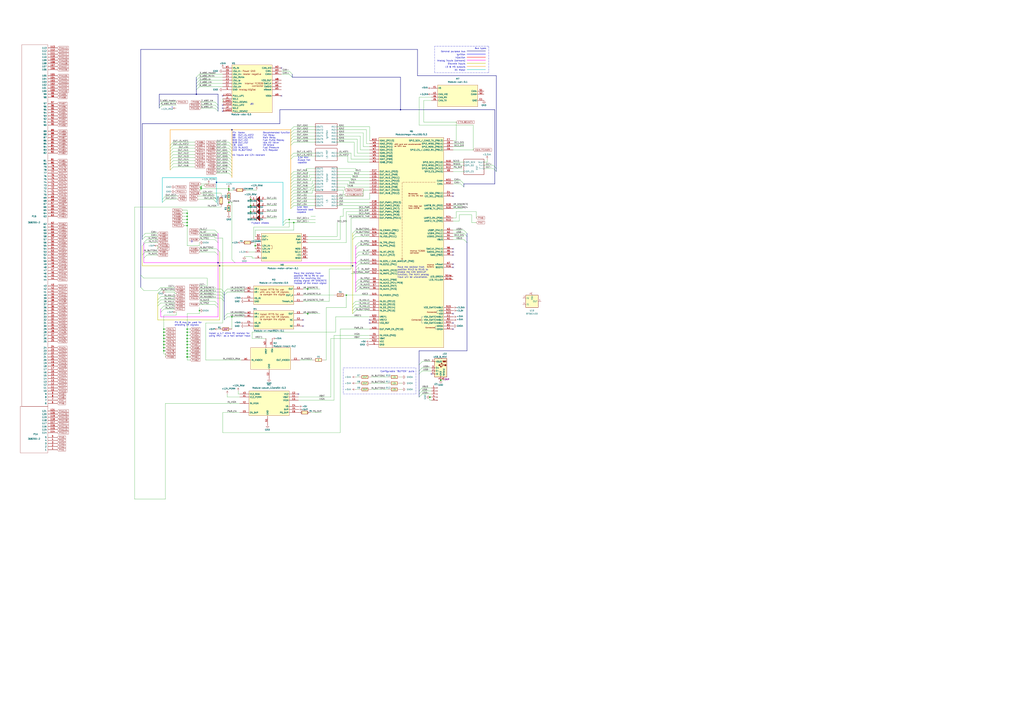
<source format=kicad_sch>
(kicad_sch (version 20231120) (generator "eeschema") (generator_version "8.0")
  (paper "A1")
  (title_block (title "Hellen121vag") (date "2022-10-14") (rev "d") (company "andreika @ rusEFI.comm"))
  (junction (at 163.83 255.27))
  (junction (at 153.67 273.05))
  (junction (at 328.93 90.17))
  (junction (at 153.67 285.75))
  (junction (at 241.3 182.88))
  (junction (at 153.67 177.8))
  (junction (at 134.62 270.51))
  (junction (at 153.67 293.3142))
  (junction (at 361.95 312.42) (diameter 1.016))
  (junction (at 134.62 273.05))
  (junction (at 353.06 326.39) (diameter 1.016))
  (junction (at 134.62 278.13))
  (junction (at 190.5 106.68))
  (junction (at 153.67 280.67))
  (junction (at 205.74 168.91))
  (junction (at 187.96 156.21))
  (junction (at 187.96 154.94))
  (junction (at 187.96 166.37))
  (junction (at 205.74 173.99))
  (junction (at 292.1 215.9) (color 255 0 255 1))
  (junction (at 153.627 278.2137))
  (junction (at 134.62 283.21))
  (junction (at 153.67 185.42))
  (junction (at 134.62 288.29))
  (junction (at 209.55 201.93))
  (junction (at 205.74 163.83))
  (junction (at 134.62 280.67))
  (junction (at 252.73 237.49))
  (junction (at 177.8 149.86))
  (junction (at 190.5 260.35))
  (junction (at 153.67 270.51))
  (junction (at 165.1 153.67))
  (junction (at 134.62 285.75))
  (junction (at 179.07 215.9))
  (junction (at 134.62 275.59))
  (junction (at 180.34 218.44))
  (junction (at 153.67 288.29))
  (junction (at 289.56 218.44))
  (junction (at 165.1 154.94))
  (junction (at 153.67 180.34))
  (junction (at 237.49 180.34))
  (junction (at 252.73 257.81))
  (junction (at 153.67 290.83))
  (junction (at 153.67 175.26))
  (junction (at 153.67 275.59))
  (junction (at 161.29 77.47))
  (junction (at 284.48 242.57))
  (junction (at 153.67 283.21))
  (junction (at 153.67 182.88))
  (junction (at 153.67 293.37))
  (no_connect (at 248.92 267.97))
  (no_connect (at 372.11 217.17))
  (no_connect (at 248.92 262.89))
  (no_connect (at 245.11 323.85))
  (no_connect (at 372.11 204.47))
  (no_connect (at 182.88 78.74))
  (no_connect (at 231.14 78.74))
  (no_connect (at 182.88 86.36))
  (no_connect (at 303.53 265.43))
  (no_connect (at 372.11 161.29))
  (no_connect (at 231.14 55.88))
  (no_connect (at 372.11 207.01))
  (no_connect (at 372.11 265.43))
  (no_connect (at 372.11 158.75))
  (no_connect (at 182.88 91.44))
  (no_connect (at 372.11 257.81))
  (no_connect (at 372.11 209.55))
  (no_connect (at 354.33 307.34))
  (no_connect (at 303.53 262.89))
  (no_connect (at 182.88 88.9))
  (no_connect (at 372.11 219.71))
  (no_connect (at 372.11 270.51))
  (bus_entry (at 132.08 238.76) (size -2.54 2.54))
  (bus_entry (at 142.24 127) (size -2.54 2.54))
  (bus_entry (at 294.64 201.93) (size -2.54 2.54))
  (bus_entry (at 163.83 63.5) (size -2.54 2.54))
  (bus_entry (at 175.26 163.83) (size 2.54 2.54))
  (bus_entry (at 381 191.77) (size 2.54 2.54) (stroke (width 0.1524)))
  (bus_entry (at 378.46 151.13) (size 2.54 2.54))
  (bus_entry (at 181.61 240.03) (size 2.54 2.54))
  (bus_entry (at 133.35 83.82) (size -2.54 2.54))
  (bus_entry (at 241.3 116.84) (size -2.54 2.54))
  (bus_entry (at 346.71 321.31) (size -2.54 2.54))
  (bus_entry (at 176.53 247.65) (size 2.54 2.54))
  (bus_entry (at 187.96 116.84) (size 2.54 2.54))
  (bus_entry (at 292.1 194.31) (size -2.54 2.54))
  (bus_entry (at 294.64 234.95) (size -2.54 2.54))
  (bus_entry (at 175.26 161.29) (size 2.54 2.54))
  (bus_entry (at 119.38 194.31) (size -2.54 2.54))
  (bus_entry (at 294.64 207.01) (size -2.54 2.54))
  (bus_entry (at 346.71 323.85) (size -2.54 2.54))
  (bus_entry (at 119.38 191.77) (size -2.54 2.54))
  (bus_entry (at 381 189.23) (size 2.54 2.54) (stroke (width 0.1524)))
  (bus_entry (at 241.3 163.83) (size -2.54 2.54))
  (bus_entry (at 294.64 209.55) (size -2.54 2.54))
  (bus_entry (at 294.64 199.39) (size -2.54 2.54))
  (bus_entry (at 186.69 260.35) (size -2.54 2.54))
  (bus_entry (at 142.24 137.16) (size -2.54 2.54))
  (bus_entry (at 241.3 166.37) (size -2.54 2.54))
  (bus_entry (at 181.61 242.57) (size 2.54 2.54))
  (bus_entry (at 237.49 58.42) (size 2.54 2.54))
  (bus_entry (at 234.95 182.88) (size -2.54 2.54))
  (bus_entry (at 177.8 204.47) (size 2.54 2.54))
  (bus_entry (at 181.61 245.11) (size 2.54 2.54))
  (bus_entry (at 238.76 158.75) (size 2.54 -2.54))
  (bus_entry (at 241.3 109.22) (size -2.54 2.54))
  (bus_entry (at 187.96 142.24) (size 2.54 2.54))
  (bus_entry (at 163.83 68.58) (size -2.54 2.54))
  (bus_entry (at 187.96 132.08) (size 2.54 2.54))
  (bus_entry (at 241.3 146.05) (size -2.54 2.54))
  (bus_entry (at 176.53 86.36) (size 2.54 2.54))
  (bus_entry (at 176.53 88.9) (size 2.54 2.54))
  (bus_entry (at 241.3 168.91) (size -2.54 2.54))
  (bus_entry (at 346.71 318.77) (size -2.54 2.54))
  (bus_entry (at 120.65 196.85) (size -2.54 2.54))
  (bus_entry (at 142.24 116.84) (size -2.54 2.54))
  (bus_entry (at 187.96 137.16) (size 2.54 2.54))
  (bus_entry (at 381 196.85) (size 2.54 2.54) (stroke (width 0.1524)))
  (bus_entry (at 241.3 151.13) (size -2.54 2.54))
  (bus_entry (at 294.64 237.49) (size -2.54 2.54))
  (bus_entry (at 405.13 135.89) (size 2.54 2.54))
  (bus_entry (at 134.62 251.46) (size -2.54 2.54))
  (bus_entry (at 132.08 248.92) (size -2.54 2.54))
  (bus_entry (at 115.57 226.06) (size 2.54 2.54))
  (bus_entry (at 142.24 134.62) (size -2.54 2.54))
  (bus_entry (at 241.3 114.3) (size -2.54 2.54))
  (bus_entry (at 241.3 161.29) (size -2.54 2.54))
  (bus_entry (at 135.89 163.83) (size -2.54 2.54))
  (bus_entry (at 187.96 127) (size 2.54 2.54))
  (bus_entry (at 163.83 60.96) (size -2.54 2.54))
  (bus_entry (at 292.1 252.73) (size -2.54 2.54))
  (bus_entry (at 241.3 143.51) (size -2.54 2.54))
  (bus_entry (at 132.08 236.22) (size -2.54 2.54))
  (bus_entry (at 346.71 304.8) (size -2.54 2.54))
  (bus_entry (at 405.13 138.43) (size 2.54 2.54))
  (bus_entry (at 241.3 125.73) (size -2.54 2.54))
  (bus_entry (at 176.53 250.19) (size 2.54 2.54))
  (bus_entry (at 292.1 247.65) (size -2.54 2.54))
  (bus_entry (at 292.1 255.27) (size -2.54 2.54))
  (bus_entry (at 142.24 129.54) (size -2.54 2.54))
  (bus_entry (at 346.71 302.26) (size -2.54 2.54))
  (bus_entry (at 187.96 134.62) (size 2.54 2.54))
  (bus_entry (at 181.61 237.49) (size 2.54 2.54))
  (bus_entry (at 241.3 111.76) (size -2.54 2.54))
  (bus_entry (at 241.3 153.67) (size -2.54 2.54))
  (bus_entry (at 135.89 161.29) (size -2.54 2.54))
  (bus_entry (at 133.35 86.36) (size -2.54 2.54))
  (bus_entry (at 294.64 229.87) (size -2.54 2.54))
  (bus_entry (at 190.5 213.36) (size 2.54 2.54))
  (bus_entry (at 119.38 199.39) (size -2.54 2.54))
  (bus_entry (at 292.1 250.19) (size -2.54 2.54))
  (bus_entry (at 187.96 129.54) (size 2.54 2.54))
  (bus_entry (at 241.3 128.27) (size -2.54 2.54))
  (bus_entry (at 176.53 189.23) (size 2.54 2.54))
  (bus_entry (at 115.57 236.22) (size 2.54 2.54))
  (bus_entry (at 187.96 124.46) (size 2.54 2.54))
  (bus_entry (at 187.96 119.38) (size 2.54 2.54))
  (bus_entry (at 346.71 297.18) (size -2.54 2.54))
  (bus_entry (at 176.53 207.01) (size 2.54 2.54))
  (bus_entry (at 187.96 121.92) (size 2.54 2.54))
  (bus_entry (at 142.24 124.46) (size -2.54 2.54))
  (bus_entry (at 134.62 254) (size -2.54 2.54))
  (bus_entry (at 241.3 106.68) (size -2.54 2.54))
  (bus_entry (at 119.38 207.01) (size -2.54 2.54))
  (bus_entry (at 292.1 191.77) (size -2.54 2.54))
  (bus_entry (at 187.96 139.7) (size 2.54 2.54))
  (bus_entry (at 237.49 60.96) (size 2.54 2.54))
  (bus_entry (at 132.08 246.38) (size -2.54 2.54))
  (bus_entry (at 186.69 237.49) (size -2.54 2.54))
  (bus_entry (at 176.53 196.85) (size 2.54 2.54))
  (bus_entry (at 294.64 219.71) (size -2.54 2.54))
  (bus_entry (at 234.95 180.34) (size -2.54 2.54))
  (bus_entry (at 176.53 191.77) (size 2.54 2.54))
  (bus_entry (at 238.76 161.29) (size 2.54 -2.54))
  (bus_entry (at 294.64 214.63) (size -2.54 2.54))
  (bus_entry (at 378.46 148.59) (size 2.54 2.54))
  (bus_entry (at 163.83 66.04) (size -2.54 2.54))
  (bus_entry (at 186.69 257.81) (size -2.54 2.54))
  (bus_entry (at 241.3 140.97) (size -2.54 2.54))
  (bus_entry (at 241.3 148.59) (size -2.54 2.54))
  (bus_entry (at 142.24 121.92) (size -2.54 2.54))
  (bus_entry (at 292.1 189.23) (size -2.54 2.54))
  (bus_entry (at 186.69 240.03) (size -2.54 2.54))
  (bus_entry (at 294.64 217.17) (size -2.54 2.54))
  (bus_entry (at 163.83 71.12) (size -2.54 2.54))
  (bus_entry (at 176.53 83.82) (size 2.54 2.54))
  (bus_entry (at 132.08 243.84) (size -2.54 2.54))
  (bus_entry (at 241.3 104.14) (size -2.54 2.54))
  (bus_entry (at 294.64 232.41) (size -2.54 2.54))
  (bus_entry (at 142.24 119.38) (size -2.54 2.54))
  (bus_entry (at 142.24 132.08) (size -2.54 2.54))
  (bus_entry (at 120.65 209.55) (size -2.54 2.54))
  (wire (pts (xy 251.46 138.43) (xy 251.46 140.97)))
  (wire (pts (xy 135.89 285.75) (xy 134.62 285.75)))
  (wire (pts (xy 294.64 207.01) (xy 303.53 207.01)))
  (wire (pts (xy 281.94 177.8) (xy 281.94 171.45)))
  (wire (pts (xy 153.67 283.21) (xy 153.67 285.75)))
  (bus (pts (xy 179.07 209.55) (xy 179.07 215.9)) (stroke (width 0) (color 255 0 255 1)))
  (wire (pts (xy 241.3 106.68) (xy 259.08 106.68)))
  (bus (pts (xy 381 151.13) (xy 406.4 151.13)))
  (wire (pts (xy 163.83 240.03) (xy 181.61 240.03)))
  (wire (pts (xy 163.83 71.12) (xy 182.88 71.12)))
  (bus (pts (xy 344.17 323.85) (xy 344.17 326.39)))
  (wire (pts (xy 163.83 207.01) (xy 176.53 207.01)))
  (wire (pts (xy 279.4 196.85) (xy 279.4 177.8)))
  (wire (pts (xy 298.45 156.21) (xy 298.45 161.29)))
  (wire (pts (xy 143.51 240.03) (xy 135.89 240.03)))
  (bus (pts (xy 289.56 191.77) (xy 289.56 194.31)) (stroke (width 0) (color 194 194 0 1)))
  (wire (pts (xy 285.75 128.27) (xy 276.86 128.27)))
  (bus (pts (xy 118.11 215.9) (xy 179.07 215.9)) (stroke (width 0) (color 255 0 255 1)))
  (bus (pts (xy 190.5 144.78) (xy 190.5 146.05)) (stroke (width 0) (color 255 153 0 1)))
  (wire (pts (xy 290.83 116.84) (xy 290.83 128.27)))
  (wire (pts (xy 177.8 134.62) (xy 187.96 134.62)))
  (bus (pts (xy 118.11 199.39) (xy 118.11 212.09)) (stroke (width 0) (color 255 0 255 1)))
  (bus (pts (xy 398.78 49.53) (xy 383.54 49.53)) (stroke (width 0.3048) (color 255 0 255 1)))
  (wire (pts (xy 209.55 201.93) (xy 209.55 204.47)))
  (wire (pts (xy 190.5 166.37) (xy 190.5 213.36)))
  (bus (pts (xy 177.8 149.86) (xy 232.41 149.86)) (stroke (width 0) (color 0 194 194 1)))
  (wire (pts (xy 397.51 135.89) (xy 405.13 135.89)))
  (wire (pts (xy 144.78 256.54) (xy 144.78 259.08)))
  (wire (pts (xy 328.93 320.04) (xy 330.2 320.04)))
  (bus (pts (xy 238.76 114.3) (xy 238.76 116.84)) (stroke (width 0) (color 255 153 0 1)))
  (wire (pts (xy 372.11 168.91) (xy 379.73 168.91)))
  (wire (pts (xy 276.86 116.84) (xy 290.83 116.84)))
  (wire (pts (xy 163.83 189.23) (xy 176.53 189.23)))
  (wire (pts (xy 276.86 125.73) (xy 288.29 125.73)))
  (wire (pts (xy 135.89 410.21) (xy 135.89 331.47)))
  (wire (pts (xy 149.86 177.8) (xy 153.67 177.8)))
  (bus (pts (xy 139.7 134.62) (xy 139.7 137.16)) (stroke (width 0) (color 255 153 0 1)))
  (wire (pts (xy 248.92 257.81) (xy 252.73 257.81)))
  (wire (pts (xy 255.27 156.21) (xy 241.3 156.21)))
  (bus (pts (xy 398.78 46.99) (xy 383.54 46.99)) (stroke (width 0.3048) (color 255 0 0 1)))
  (bus (pts (xy 232.41 149.86) (xy 232.41 182.88)) (stroke (width 0) (color 0 194 194 1)))
  (wire (pts (xy 378.46 151.13) (xy 372.11 151.13)))
  (wire (pts (xy 241.3 163.83) (xy 259.08 163.83)))
  (bus (pts (xy 292.1 234.95) (xy 292.1 237.49)) (stroke (width 0) (color 255 0 255 1)))
  (wire (pts (xy 387.35 182.88) (xy 387.35 176.53)))
  (wire (pts (xy 153.67 290.83) (xy 153.67 293.3142)))
  (wire (pts (xy 179.07 270.51) (xy 180.34 270.51)))
  (bus (pts (xy 184.15 245.11) (xy 184.15 247.65)))
  (wire (pts (xy 163.83 204.47) (xy 177.8 204.47)))
  (wire (pts (xy 143.51 241.3) (xy 144.78 241.3)))
  (bus (pts (xy 190.5 132.08) (xy 190.5 134.62)) (stroke (width 0) (color 255 153 0 1)))
  (wire (pts (xy 153.67 201.93) (xy 153.67 185.42)))
  (wire (pts (xy 294.64 229.87) (xy 303.53 229.87)))
  (wire (pts (xy 290.83 143.51) (xy 303.53 143.51)))
  (wire (pts (xy 153.67 295.8542) (xy 156.21 295.8542)))
  (bus (pts (xy 132.08 256.54) (xy 132.08 260.35)) (stroke (width 0) (color 255 0 255 1)))
  (wire (pts (xy 241.3 168.91) (xy 259.08 168.91)))
  (wire (pts (xy 118.11 238.76) (xy 129.54 238.76)))
  (wire (pts (xy 135.89 280.67) (xy 134.62 280.67)))
  (wire (pts (xy 163.83 252.73) (xy 163.83 255.27)))
  (wire (pts (xy 252.73 237.49) (xy 252.73 238.76)))
  (wire (pts (xy 151.13 185.42) (xy 153.67 185.42)))
  (wire (pts (xy 254 143.51) (xy 254 146.05)))
  (wire (pts (xy 177.8 121.92) (xy 187.96 121.92)))
  (wire (pts (xy 298.45 120.65) (xy 303.53 120.65)))
  (wire (pts (xy 209.55 194.31) (xy 209.55 189.23)))
  (wire (pts (xy 208.28 196.85) (xy 208.28 186.69)))
  (bus (pts (xy 190.5 121.92) (xy 190.5 124.46)) (stroke (width 0) (color 255 153 0 1)))
  (wire (pts (xy 196.85 323.85) (xy 195.58 323.85)))
  (wire (pts (xy 287.02 148.59) (xy 287.02 151.13)))
  (wire (pts (xy 255.27 154.94) (xy 255.27 156.21)))
  (bus (pts (xy 190.5 119.38) (xy 190.5 121.92)) (stroke (width 0) (color 255 153 0 1)))
  (wire (pts (xy 110.49 410.21) (xy 135.89 410.21)))
  (bus (pts (xy 238.76 151.13) (xy 238.76 153.67)) (stroke (width 0) (color 255 153 0 1)))
  (bus (pts (xy 238.76 128.27) (xy 238.76 130.81)) (stroke (width 0) (color 255 153 0 1)))
  (bus (pts (xy 179.07 88.9) (xy 179.07 91.44)))
  (wire (pts (xy 379.73 138.43) (xy 372.11 138.43)))
  (wire (pts (xy 276.86 114.3) (xy 293.37 114.3)))
  (bus (pts (xy 238.76 158.75) (xy 238.76 161.29)) (stroke (width 0) (color 255 153 0 1)))
  (wire (pts (xy 372.11 135.89) (xy 381 135.89)))
  (wire (pts (xy 149.86 182.88) (xy 153.67 182.88)))
  (wire (pts (xy 142.24 132.08) (xy 160.02 132.08)))
  (wire (pts (xy 187.96 156.21) (xy 191.77 156.21)))
  (bus (pts (xy 139.7 137.16) (xy 139.7 139.7)) (stroke (width 0) (color 255 153 0 1)))
  (wire (pts (xy 241.3 125.73) (xy 259.08 125.73)))
  (bus (pts (xy 344.17 321.31) (xy 344.17 323.85)))
  (bus (pts (xy 132.08 254) (xy 132.08 256.54)) (stroke (width 0) (color 255 0 255 1)))
  (wire (pts (xy 153.67 175.26) (xy 153.67 172.72)))
  (wire (pts (xy 143.51 246.38) (xy 132.08 246.38)))
  (bus (pts (xy 184.15 240.03) (xy 184.15 242.57)))
  (wire (pts (xy 245.11 328.93) (xy 274.32 328.93)))
  (wire (pts (xy 241.3 182.88) (xy 259.08 182.88)))
  (wire (pts (xy 163.83 196.85) (xy 176.53 196.85)))
  (wire (pts (xy 276.86 148.59) (xy 287.02 148.59)))
  (bus (pts (xy 133.35 146.05) (xy 177.8 146.05)) (stroke (width 0) (color 0 194 194 1)))
  (wire (pts (xy 153.67 273.05) (xy 153.67 275.59)))
  (wire (pts (xy 276.86 161.29) (xy 298.45 161.29)))
  (wire (pts (xy 284.48 173.99) (xy 303.53 173.99)))
  (wire (pts (xy 110.49 170.18) (xy 110.49 410.21)))
  (wire (pts (xy 252.73 237.49) (xy 262.89 237.49)))
  (wire (pts (xy 207.01 212.09) (xy 207.01 210.82)))
  (wire (pts (xy 252.73 196.85) (xy 279.4 196.85)))
  (wire (pts (xy 300.99 106.68) (xy 300.99 118.11)))
  (wire (pts (xy 292.1 247.65) (xy 303.53 247.65)))
  (wire (pts (xy 205.74 173.99) (xy 205.74 179.07)))
  (bus (pts (xy 398.78 41.91) (xy 383.54 41.91)))
  (wire (pts (xy 255.27 177.8) (xy 259.08 177.8)))
  (wire (pts (xy 259.08 156.21) (xy 256.54 156.21)))
  (wire (pts (xy 208.28 199.39) (xy 209.55 199.39)))
  (wire (pts (xy 292.1 140.97) (xy 303.53 140.97)))
  (wire (pts (xy 252.73 140.97) (xy 252.73 143.51)))
  (bus (pts (xy 407.67 62.23) (xy 407.67 138.43)))
  (wire (pts (xy 170.18 228.6) (xy 170.18 234.95)))
  (wire (pts (xy 144.78 86.36) (xy 133.35 86.36)))
  (wire (pts (xy 177.8 119.38) (xy 187.96 119.38)))
  (wire (pts (xy 153.67 270.51) (xy 156.21 270.51)))
  (wire (pts (xy 201.93 156.21) (xy 210.82 156.21)))
  (wire (pts (xy 168.91 295.91) (xy 198.12 295.91)))
  (wire (pts (xy 378.46 148.59) (xy 372.11 148.59)))
  (wire (pts (xy 256.54 151.13) (xy 241.3 151.13)))
  (wire (pts (xy 372.11 191.77) (xy 381 191.77)))
  (wire (pts (xy 377.19 176.53) (xy 377.19 181.61)))
  (wire (pts (xy 163.83 194.31) (xy 176.53 194.31)))
  (bus (pts (xy 129.54 251.46) (xy 129.54 262.89)) (stroke (width 0) (color 194 194 0 1)))
  (wire (pts (xy 276.86 106.68) (xy 300.99 106.68)))
  (bus (pts (xy 406.4 151.13) (xy 406.4 90.17)))
  (wire (pts (xy 292.1 252.73) (xy 303.53 252.73)))
  (bus (pts (xy 238.76 106.68) (xy 190.5 106.68)) (stroke (width 0) (color 255 153 0 1)))
  (wire (pts (xy 156.21 272.9942) (xy 156.21 273.05)))
  (wire (pts (xy 267.97 295.91) (xy 267.97 252.73)))
  (bus (pts (xy 177.8 146.05) (xy 177.8 149.86)) (stroke (width 0) (color 0 194 194 1)))
  (wire (pts (xy 292.1 191.77) (xy 303.53 191.77)))
  (wire (pts (xy 186.69 257.81) (xy 200.66 257.81)))
  (wire (pts (xy 149.86 175.26) (xy 153.67 175.26)))
  (wire (pts (xy 271.78 326.39) (xy 271.78 278.13)))
  (wire (pts (xy 135.89 278.13) (xy 134.62 278.13)))
  (wire (pts (xy 267.97 252.73) (xy 284.48 252.73)))
  (bus (pts (xy 184.15 262.89) (xy 184.15 260.35)))
  (wire (pts (xy 256.54 148.59) (xy 259.08 148.59)))
  (wire (pts (xy 279.4 177.8) (xy 281.94 177.8)))
  (wire (pts (xy 276.86 104.14) (xy 303.53 104.14)))
  (wire (pts (xy 143.51 241.3) (xy 143.51 240.03)))
  (bus (pts (xy 328.93 90.17) (xy 229.87 90.17)))
  (bus (pts (xy 139.7 132.08) (xy 139.7 134.62)) (stroke (width 0) (color 255 153 0 1)))
  (wire (pts (xy 163.83 199.39) (xy 163.83 201.93)))
  (wire (pts (xy 241.3 128.27) (xy 259.08 128.27)))
  (bus (pts (xy 383.54 194.31) (xy 383.54 199.39)))
  (bus (pts (xy 240.03 63.5) (xy 328.93 63.5)))
  (wire (pts (xy 255.27 148.59) (xy 241.3 148.59)))
  (wire (pts (xy 255.27 339.09) (xy 264.16 339.09)))
  (wire (pts (xy 241.3 109.22) (xy 259.08 109.22)))
  (wire (pts (xy 177.8 129.54) (xy 187.96 129.54)))
  (wire (pts (xy 205.74 168.91) (xy 205.74 173.99)))
  (wire (pts (xy 275.59 260.35) (xy 303.53 260.35)))
  (wire (pts (xy 143.51 254) (xy 134.62 254)))
  (bus (pts (xy 289.56 194.31) (xy 289.56 196.85)) (stroke (width 0) (color 194 194 0 1)))
  (wire (pts (xy 129.54 194.31) (xy 119.38 194.31)))
  (wire (pts (xy 143.51 243.84) (xy 132.08 243.84)))
  (wire (pts (xy 372.11 181.61) (xy 377.19 181.61)))
  (wire (pts (xy 294.64 237.49) (xy 303.53 237.49)))
  (wire (pts (xy 354.33 302.26) (xy 346.71 302.26)))
  (wire (pts (xy 129.54 201.93) (xy 129.54 204.47)))
  (bus (pts (xy 190.5 137.16) (xy 190.5 139.7)) (stroke (width 0) (color 255 153 0 1)))
  (wire (pts (xy 290.83 140.97) (xy 290.83 143.51)))
  (wire (pts (xy 293.37 125.73) (xy 303.53 125.73)))
  (wire (pts (xy 372.11 115.57) (xy 374.65 115.57)))
  (wire (pts (xy 256.54 295.91) (xy 246.38 295.91)))
  (bus (pts (xy 344.17 288.29) (xy 383.54 288.29)))
  (wire (pts (xy 252.73 194.31) (xy 276.86 194.31)))
  (wire (pts (xy 400.05 133.35) (xy 400.05 130.81)))
  (wire (pts (xy 153.67 293.3142) (xy 156.21 293.3142)))
  (wire (pts (xy 209.55 196.85) (xy 208.28 196.85)))
  (wire (pts (xy 281.94 171.45) (xy 303.53 171.45)))
  (bus (pts (xy 161.29 73.66) (xy 161.29 77.47)))
  (wire (pts (xy 218.44 173.99) (xy 227.33 173.99)))
  (bus (pts (xy 130.81 86.36) (xy 130.81 88.9)))
  (bus (pts (xy 383.54 288.29) (xy 383.54 199.39)))
  (wire (pts (xy 182.88 195.58) (xy 182.88 265.43)))
  (wire (pts (xy 374.65 100.33) (xy 347.98 100.33)))
  (wire (pts (xy 275.59 260.35) (xy 275.59 273.05)))
  (wire (pts (xy 153.67 283.21) (xy 156.21 283.21)))
  (wire (pts (xy 294.64 214.63) (xy 303.53 214.63)))
  (wire (pts (xy 252.73 257.81) (xy 262.89 257.81)))
  (wire (pts (xy 257.81 151.13) (xy 257.81 152.4)))
  (wire (pts (xy 163.83 156.21) (xy 165.1 156.21)))
  (wire (pts (xy 372.11 196.85) (xy 381 196.85)))
  (wire (pts (xy 248.92 242.57) (xy 274.32 242.57)))
  (wire (pts (xy 156.21 290.7742) (xy 156.21 290.83)))
  (bus (pts (xy 115.57 40.64) (xy 342.9 40.64)))
  (wire (pts (xy 292.1 250.19) (xy 303.53 250.19)))
  (bus (pts (xy 161.29 63.5) (xy 161.29 66.04)))
  (wire (pts (xy 163.83 60.96) (xy 182.88 60.96)))
  (wire (pts (xy 257.81 152.4) (xy 256.54 152.4)))
  (wire (pts (xy 304.8 309.88) (xy 318.77 309.88)))
  (wire (pts (xy 377.19 176.53) (xy 387.35 176.53)))
  (wire (pts (xy 209.55 212.09) (xy 207.01 212.09)))
  (bus (pts (xy 190.5 134.62) (xy 190.5 137.16)) (stroke (width 0) (color 255 153 0 1)))
  (bus (pts (xy 292.1 201.93) (xy 292.1 204.47)) (stroke (width 0) (color 255 0 255 1)))
  (bus (pts (xy 139.7 106.68) (xy 139.7 119.38)) (stroke (width 0) (color 255 153 0 1)))
  (bus (pts (xy 133.35 163.83) (xy 133.35 146.05)) (stroke (width 0) (color 0 194 194 1)))
  (wire (pts (xy 153.67 185.42) (xy 153.67 182.88)))
  (wire (pts (xy 294.64 232.41) (xy 303.53 232.41)))
  (wire (pts (xy 163.83 242.57) (xy 181.61 242.57)))
  (wire (pts (xy 241.3 161.29) (xy 259.08 161.29)))
  (wire (pts (xy 295.91 111.76) (xy 295.91 123.19)))
  (wire (pts (xy 281.94 160.02) (xy 283.21 160.02)))
  (wire (pts (xy 294.64 222.25) (xy 294.64 219.71)))
  (wire (pts (xy 294.64 234.95) (xy 303.53 234.95)))
  (bus (pts (xy 292.1 204.47) (xy 292.1 209.55)) (stroke (width 0) (color 255 0 255 1)))
  (bus (pts (xy 193.04 215.9) (xy 292.1 215.9)) (stroke (width 0) (color 255 0 255 1)))
  (bus (pts (xy 238.76 109.22) (xy 238.76 111.76)) (stroke (width 0) (color 255 153 0 1)))
  (bus (pts (xy 342.9 40.64) (xy 342.9 62.23)))
  (wire (pts (xy 129.54 209.55) (xy 120.65 209.55)))
  (wire (pts (xy 134.62 275.59) (xy 134.62 278.13)))
  (bus (pts (xy 238.76 119.38) (xy 238.76 128.27)) (stroke (width 0) (color 255 153 0 1)))
  (bus (pts (xy 116.84 209.55) (xy 116.84 218.44)) (stroke (width 0) (color 194 194 0 1)))
  (bus (pts (xy 180.34 218.44) (xy 180.34 262.89)) (stroke (width 0) (color 194 194 0 1)))
  (bus (pts (xy 292.1 237.49) (xy 292.1 240.03)) (stroke (width 0) (color 255 0 255 1)))
  (bus (pts (xy 229.87 90.17) (xy 229.87 101.6)))
  (wire (pts (xy 153.67 293.3142) (xy 153.67 293.37)))
  (wire (pts (xy 207.01 210.82) (xy 200.66 210.82)))
  (wire (pts (xy 182.88 81.28) (xy 182.88 83.82)))
  (wire (pts (xy 142.24 127) (xy 160.02 127)))
  (wire (pts (xy 165.1 88.9) (xy 176.53 88.9)))
  (wire (pts (xy 129.54 191.77) (xy 119.38 191.77)))
  (bus (pts (xy 184.15 242.57) (xy 184.15 245.11)))
  (wire (pts (xy 304.8 314.96) (xy 318.77 314.96)))
  (polyline (pts (xy 401.32 38.1) (xy 401.32 59.69)) (stroke (width 0) (type dash)))
  (wire (pts (xy 153.67 280.67) (xy 153.67 283.21)))
  (wire (pts (xy 289.56 143.51) (xy 289.56 146.05)))
  (wire (pts (xy 177.8 127) (xy 187.96 127)))
  (bus (pts (xy 289.56 250.19) (xy 289.56 252.73)) (stroke (width 0) (color 194 194 0 1)))
  (wire (pts (xy 372.11 140.97) (xy 381 140.97)))
  (wire (pts (xy 134.62 285.75) (xy 134.62 288.29)))
  (wire (pts (xy 294.64 209.55) (xy 303.53 209.55)))
  (wire (pts (xy 374.65 115.57) (xy 374.65 100.33)))
  (wire (pts (xy 153.67 280.67) (xy 156.3602 280.67)))
  (wire (pts (xy 292.1 314.96) (xy 294.64 314.96)))
  (wire (pts (xy 372.11 133.35) (xy 381 133.35)))
  (wire (pts (xy 276.86 168.91) (xy 303.53 168.91)))
  (wire (pts (xy 285.75 176.53) (xy 303.53 176.53)))
  (wire (pts (xy 353.06 328.93) (xy 353.06 326.39)))
  (wire (pts (xy 207.01 278.13) (xy 218.44 278.13)))
  (wire (pts (xy 234.95 182.88) (xy 241.3 182.88)))
  (polyline (pts (xy 401.32 38.1) (xy 356.87 38.1)) (stroke (width 0) (type dash)))
  (wire (pts (xy 279.4 270.51) (xy 303.53 270.51)))
  (bus (pts (xy 292.1 212.09) (xy 292.1 215.9)) (stroke (width 0) (color 255 0 255 1)))
  (wire (pts (xy 372.11 120.65) (xy 381 120.65)))
  (wire (pts (xy 153.67 180.34) (xy 153.67 177.8)))
  (wire (pts (xy 187.96 154.94) (xy 187.96 156.21)))
  (wire (pts (xy 156.21 293.3142) (xy 156.21 293.37)))
  (bus (pts (xy 238.76 163.83) (xy 238.76 166.37)) (stroke (width 0) (color 255 153 0 1)))
  (wire (pts (xy 153.67 293.37) (xy 153.67 295.8542)))
  (wire (pts (xy 144.78 259.08) (xy 134.62 259.08)))
  (wire (pts (xy 241.3 114.3) (xy 259.08 114.3)))
  (wire (pts (xy 165.1 86.36) (xy 176.53 86.36)))
  (bus (pts (xy 177.8 149.86) (xy 177.8 163.83)) (stroke (width 0) (color 0 194 194 1)))
  (bus (pts (xy 238.76 106.68) (xy 238.76 109.22)) (stroke (width 0) (color 255 153 0 1)))
  (polyline (pts (xy 401.32 59.69) (xy 356.87 59.69)) (stroke (width 0) (type dash)))
  (wire (pts (xy 204.47 207.01) (xy 209.55 207.01)))
  (bus (pts (xy 179.07 199.39) (xy 179.07 209.55)) (stroke (width 0) (color 255 0 255 1)))
  (wire (pts (xy 256.54 156.21) (xy 256.54 158.75)))
  (wire (pts (xy 163.83 255.27) (xy 163.83 257.81)))
  (wire (pts (xy 255.27 146.05) (xy 259.08 146.05)))
  (wire (pts (xy 165.1 154.94) (xy 187.96 154.94)))
  (wire (pts (xy 295.91 123.19) (xy 303.53 123.19)))
  (bus (pts (xy 238.76 143.51) (xy 238.76 146.05)) (stroke (width 0) (color 255 153 0 1)))
  (wire (pts (xy 160.02 129.54) (xy 142.24 129.54)))
  (wire (pts (xy 354.33 323.85) (xy 346.71 323.85)))
  (wire (pts (xy 143.51 251.46) (xy 134.62 251.46)))
  (wire (pts (xy 237.49 180.34) (xy 259.08 180.34)))
  (wire (pts (xy 186.69 260.35) (xy 190.5 260.35)))
  (bus (pts (xy 238.76 148.59) (xy 238.76 151.13)) (stroke (width 0) (color 255 153 0 1)))
  (bus (pts (xy 116.84 194.31) (xy 116.84 196.85)))
  (wire (pts (xy 218.44 168.91) (xy 227.33 168.91)))
  (bus (pts (xy 139.7 127) (xy 139.7 129.54)) (stroke (width 0) (color 255 153 0 1)))
  (bus (pts (xy 161.29 66.04) (xy 161.29 68.58)))
  (bus (pts (xy 238.76 116.84) (xy 238.76 119.38)) (stroke (width 0) (color 255 153 0 1)))
  (wire (pts (xy 256.54 148.59) (xy 256.54 151.13)))
  (bus (pts (xy 139.7 121.92) (xy 139.7 124.46)) (stroke (width 0) (color 255 153 0 1)))
  (wire (pts (xy 303.53 104.14) (xy 303.53 115.57)))
  (bus (pts (xy 129.54 241.3) (xy 129.54 246.38)) (stroke (width 0) (color 194 194 0 1)))
  (wire (pts (xy 143.51 248.92) (xy 132.08 248.92)))
  (bus (pts (xy 238.76 166.37) (xy 238.76 168.91)) (stroke (width 0) (color 255 153 0 1)))
  (wire (pts (xy 288.29 179.07) (xy 303.53 179.07)))
  (wire (pts (xy 241.3 116.84) (xy 259.08 116.84)))
  (wire (pts (xy 186.69 326.39) (xy 186.69 323.85)))
  (bus (pts (xy 398.78 44.45) (xy 383.54 44.45)) (stroke (width 0.3048) (color 0 0 255 1)))
  (bus (pts (xy 180.34 207.01) (xy 180.34 218.44)) (stroke (width 0) (color 194 194 0 1)))
  (wire (pts (xy 205.74 163.83) (xy 205.74 168.91)))
  (wire (pts (xy 156.21 293.37) (xy 153.67 293.37)))
  (wire (pts (xy 160.02 121.92) (xy 142.24 121.92)))
  (wire (pts (xy 293.37 114.3) (xy 293.37 125.73)))
  (wire (pts (xy 292.1 255.27) (xy 303.53 255.27)))
  (wire (pts (xy 153.67 275.59) (xy 153.627 278.2137)))
  (wire (pts (xy 153.67 290.83) (xy 156.21 290.83)))
  (wire (pts (xy 142.24 119.38) (xy 160.02 119.38)))
  (wire (pts (xy 251.46 138.43) (xy 259.08 138.43)))
  (wire (pts (xy 165.1 152.4) (xy 165.1 153.67)))
  (bus (pts (xy 161.29 77.47) (xy 130.81 77.47)))
  (wire (pts (xy 177.8 139.7) (xy 187.96 139.7)))
  (wire (pts (xy 208.28 186.69) (xy 237.49 186.69)))
  (wire (pts (xy 237.49 180.34) (xy 237.49 186.69)))
  (bus (pts (xy 179.07 250.19) (xy 179.07 252.73)) (stroke (width 0) (color 255 0 255 1)))
  (wire (pts (xy 294.64 201.93) (xy 303.53 201.93)))
  (wire (pts (xy 110.49 170.18) (xy 181.61 170.18)))
  (wire (pts (xy 146.05 163.83) (xy 135.89 163.83)))
  (wire (pts (xy 195.58 321.31) (xy 195.58 323.85)))
  (wire (pts (xy 241.3 111.76) (xy 259.08 111.76)))
  (wire (pts (xy 153.67 273.05) (xy 156.21 273.05)))
  (wire (pts (xy 292.1 320.04) (xy 294.64 320.04)))
  (wire (pts (xy 281.94 156.21) (xy 281.94 160.02)))
  (wire (pts (xy 285.75 151.13) (xy 285.75 153.67)))
  (bus (pts (xy 139.7 129.54) (xy 139.7 132.08)) (stroke (width 0) (color 255 153 0 1)))
  (wire (pts (xy 163.83 234.95) (xy 170.18 234.95)))
  (wire (pts (xy 372.11 194.31) (xy 381 194.31)))
  (wire (pts (xy 135.89 275.59) (xy 134.62 275.59)))
  (bus (pts (xy 238.76 130.81) (xy 238.76 143.51)) (stroke (width 0) (color 255 153 0 1)))
  (bus (pts (xy 289.56 218.44) (xy 180.34 218.44)) (stroke (width 0) (color 194 194 0 1)))
  (wire (pts (xy 134.62 283.21) (xy 134.62 285.75)))
  (wire (pts (xy 353.06 326.39) (xy 354.33 326.39)))
  (bus (pts (xy 407.67 138.43) (xy 407.67 140.97)))
  (wire (pts (xy 209.55 199.39) (xy 209.55 201.93)))
  (wire (pts (xy 256.54 152.4) (xy 256.54 153.67)))
  (wire (pts (xy 149.86 180.34) (xy 153.67 180.34)))
  (wire (pts (xy 303.53 222.25) (xy 294.64 222.25)))
  (wire (pts (xy 144.78 83.82) (xy 133.35 83.82)))
  (wire (pts (xy 153.67 257.81) (xy 153.67 270.51)))
  (wire (pts (xy 270.51 220.98) (xy 288.29 220.98)))
  (wire (pts (xy 156.21 270.4542) (xy 156.21 270.51)))
  (bus (pts (xy 179.07 252.73) (xy 179.07 260.35)) (stroke (width 0) (color 255 0 255 1)))
  (bus (pts (xy 139.7 106.68) (xy 190.5 106.68)) (stroke (width 0) (color 255 153 0 1)))
  (wire (pts (xy 304.8 320.04) (xy 318.77 320.04)))
  (bus (pts (xy 289.56 252.73) (xy 289.56 255.27)) (stroke (width 0) (color 194 194 0 1)))
  (wire (pts (xy 391.16 173.99) (xy 391.16 179.07)))
  (wire (pts (xy 257.81 151.13) (xy 259.08 151.13)))
  (wire (pts (xy 165.1 83.82) (xy 176.53 83.82)))
  (wire (pts (xy 354.33 304.8) (xy 346.71 304.8)))
  (wire (pts (xy 354.33 318.77) (xy 346.71 318.77)))
  (wire (pts (xy 290.83 128.27) (xy 303.53 128.27)))
  (wire (pts (xy 163.83 237.49) (xy 181.61 237.49)))
  (wire (pts (xy 234.95 180.34) (xy 237.49 180.34)))
  (wire (pts (xy 153.67 182.88) (xy 153.67 180.34)))
  (wire (pts (xy 374.65 179.07) (xy 372.11 179.07)))
  (bus (pts (xy 292.1 219.71) (xy 292.1 222.25)) (stroke (width 0) (color 255 0 255 1)))
  (bus (pts (xy 383.54 191.77) (xy 383.54 194.31)))
  (wire (pts (xy 135.89 161.29) (xy 146.05 161.29)))
  (wire (pts (xy 275.59 273.05) (xy 207.01 273.05)))
  (wire (pts (xy 156.21 275.5342) (xy 156.21 275.59)))
  (wire (pts (xy 160.02 134.62) (xy 142.24 134.62)))
  (wire (pts (xy 163.83 201.93) (xy 153.67 201.93)))
  (wire (pts (xy 303.53 158.75) (xy 303.53 163.83)))
  (wire (pts (xy 289.56 146.05) (xy 303.53 146.05)))
  (bus (pts (xy 292.1 209.55) (xy 292.1 212.09)) (stroke (width 0) (color 255 0 255 1)))
  (wire (pts (xy 276.86 143.51) (xy 289.56 143.51)))
  (wire (pts (xy 388.62 102.87) (xy 344.17 102.87)))
  (wire (pts (xy 287.02 151.13) (xy 303.53 151.13)))
  (bus (pts (xy 190.5 142.24) (xy 190.5 144.78)) (stroke (width 0) (color 255 153 0 1)))
  (wire (pts (xy 372.11 189.23) (xy 381 189.23)))
  (wire (pts (xy 119.38 199.39) (xy 129.54 199.39)))
  (wire (pts (xy 207.01 273.05) (xy 207.01 278.13)))
  (wire (pts (xy 288.29 224.79) (xy 303.53 224.79)))
  (wire (pts (xy 143.51 238.76) (xy 132.08 238.76)))
  (wire (pts (xy 257.81 153.67) (xy 257.81 154.94)))
  (wire (pts (xy 374.65 173.99) (xy 374.65 179.07)))
  (wire (pts (xy 372.11 171.45) (xy 379.73 171.45)))
  (wire (pts (xy 237.49 58.42) (xy 231.14 58.42)))
  (wire (pts (xy 163.83 250.19) (xy 176.53 250.19)))
  (wire (pts (xy 177.8 124.46) (xy 187.96 124.46)))
  (bus (pts (xy 179.07 194.31) (xy 179.07 199.39)) (stroke (width 0) (color 255 0 255 1)))
  (bus (pts (xy 179.07 77.47) (xy 161.29 77.47)))
  (wire (pts (xy 292.1 194.31) (xy 303.53 194.31)))
  (wire (pts (xy 298.45 109.22) (xy 298.45 120.65)))
  (wire (pts (xy 177.8 132.08) (xy 187.96 132.08)))
  (bus (pts (xy 240.03 60.96) (xy 240.03 63.5)))
  (wire (pts (xy 165.1 153.67) (xy 165.1 154.94)))
  (wire (pts (xy 388.62 123.19) (xy 388.62 102.87)))
  (wire (pts (xy 163.83 191.77) (xy 176.53 191.77)))
  (wire (pts (xy 328.93 309.88) (xy 330.2 309.88)))
  (wire (pts (xy 134.62 273.05) (xy 134.62 275.59)))
  (wire (pts (xy 153.67 285.75) (xy 153.67 288.29)))
  (wire (pts (xy 255.27 154.94) (xy 257.81 154.94)))
  (wire (pts (xy 252.73 257.81) (xy 252.73 259.08)))
  (bus (pts (xy 398.78 52.07) (xy 383.54 52.07)) (stroke (width 0.3048) (color 194 194 0 1)))
  (wire (pts (xy 134.62 259.08) (xy 134.62 270.51)))
  (wire (pts (xy 142.24 137.16) (xy 160.02 137.16)))
  (wire (pts (xy 190.5 260.35) (xy 190.5 270.51)))
  (wire (pts (xy 160.02 124.46) (xy 142.24 124.46)))
  (wire (pts (xy 328.93 314.96) (xy 330.2 314.96)))
  (wire (pts (xy 251.46 140.97) (xy 241.3 140.97)))
  (bus (pts (xy 381 153.67) (xy 381 151.13)))
  (wire (pts (xy 163.83 68.58) (xy 182.88 68.58)))
  (wire (pts (xy 288.29 148.59) (xy 303.53 148.59)))
  (wire (pts (xy 285.75 133.35) (xy 285.75 128.27)))
  (bus (pts (xy 328.93 63.5) (xy 328.93 90.17)))
  (wire (pts (xy 135.89 270.51) (xy 134.62 270.51)))
  (wire (pts (xy 276.86 166.37) (xy 303.53 166.37)))
  (bus (pts (xy 190.5 124.46) (xy 190.5 127)) (stroke (width 0) (color 255 153 0 1)))
  (wire (pts (xy 344.17 102.87) (xy 344.17 80.01)))
  (bus (pts (xy 139.7 124.46) (xy 139.7 127)) (stroke (width 0) (color 255 153 0 1)))
  (wire (pts (xy 397.51 138.43) (xy 405.13 138.43)))
  (wire (pts (xy 186.69 237.49) (xy 200.66 237.49)))
  (bus (pts (xy 133.35 166.37) (xy 133.35 163.83)) (stroke (width 0) (color 0 194 194 1)))
  (wire (pts (xy 276.86 111.76) (xy 295.91 111.76)))
  (wire (pts (xy 255.27 146.05) (xy 255.27 148.59)))
  (wire (pts (xy 153.67 275.59) (xy 156.21 275.59)))
  (bus (pts (xy 179.07 77.47) (xy 179.07 86.36)))
  (bus (pts (xy 139.7 119.38) (xy 139.7 121.92)) (stroke (width 0) (color 255 153 0 1)))
  (bus (pts (xy 177.8 163.83) (xy 177.8 166.37)) (stroke (width 0) (color 0 194 194 1)))
  (wire (pts (xy 283.21 153.67) (xy 283.21 156.21)))
  (wire (pts (xy 285.75 153.67) (xy 303.53 153.67)))
  (wire (pts (xy 182.88 339.09) (xy 196.85 339.09)))
  (wire (pts (xy 163.83 257.81) (xy 153.67 257.81)))
  (bus (pts (xy 289.56 218.44) (xy 289.56 250.19)) (stroke (width 0) (color 194 194 0 1)))
  (wire (pts (xy 153.67 288.29) (xy 156.21 288.29)))
  (bus (pts (xy 115.57 226.06) (xy 115.57 236.22)))
  (wire (pts (xy 284.48 242.57) (xy 303.53 242.57)))
  (wire (pts (xy 163.83 153.67) (xy 165.1 153.67)))
  (bus (pts (xy 179.07 191.77) (xy 179.07 194.31)) (stroke (width 0) (color 255 0 255 1)))
  (wire (pts (xy 271.78 278.13) (xy 303.53 278.13)))
  (wire (pts (xy 135.89 288.29) (xy 134.62 288.29)))
  (wire (pts (xy 292.1 309.88) (xy 294.64 309.88)))
  (bus (pts (xy 238.76 146.05) (xy 238.76 148.59)) (stroke (width 0) (color 255 153 0 1)))
  (bus (pts (xy 179.07 215.9) (xy 179.07 250.19)) (stroke (width 0) (color 255 0 255 1)))
  (bus (pts (xy 129.54 248.92) (xy 129.54 251.46)) (stroke (width 0) (color 194 194 0 1)))
  (bus (pts (xy 129.54 246.38) (xy 129.54 248.92)) (stroke (width 0) (color 194 194 0 1)))
  (wire (pts (xy 163.83 66.04) (xy 182.88 66.04)))
  (wire (pts (xy 118.11 228.6) (xy 170.18 228.6)))
  (wire (pts (xy 252.73 143.51) (xy 241.3 143.51)))
  (wire (pts (xy 176.53 194.31) (xy 176.53 195.58)))
  (wire (pts (xy 252.73 199.39) (xy 284.48 199.39)))
  (wire (pts (xy 254 146.05) (xy 241.3 146.05)))
  (bus (pts (xy 398.78 54.61) (xy 383.54 54.61)) (stroke (width 0.3048) (color 255 153 0 1)))
  (wire (pts (xy 134.62 278.13) (xy 134.62 280.67)))
  (wire (pts (xy 129.54 196.85) (xy 120.65 196.85)))
  (wire (pts (xy 391.16 182.88) (xy 387.35 182.88)))
  (wire (pts (xy 346.71 297.18) (xy 354.33 297.18)))
  (wire (pts (xy 276.86 163.83) (xy 303.53 163.83)))
  (wire (pts (xy 119.38 207.01) (xy 129.54 207.01)))
  (wire (pts (xy 303.53 156.21) (xy 298.45 156.21)))
  (bus (pts (xy 179.07 260.35) (xy 132.08 260.35)) (stroke (width 0) (color 255 0 255 1)))
  (wire (pts (xy 270.51 247.65) (xy 270.51 220.98)))
  (wire (pts (xy 167.64 152.4) (xy 165.1 152.4)))
  (wire (pts (xy 153.67 177.8) (xy 153.67 175.26)))
  (bus (pts (xy 238.76 161.29) (xy 238.76 163.83)) (stroke (width 0) (color 255 153 0 1)))
  (wire (pts (xy 372.11 123.19) (xy 388.62 123.19)))
  (wire (pts (xy 292.1 138.43) (xy 292.1 140.97)))
  (wire (pts (xy 156.21 285.6942) (xy 156.21 285.75)))
  (wire (pts (xy 135.89 273.05) (xy 134.62 273.05)))
  (wire (pts (xy 274.32 328.93) (xy 274.32 275.59)))
  (wire (pts (xy 135.89 331.47) (xy 196.85 331.47)))
  (bus (pts (xy 289.56 196.85) (xy 289.56 218.44)) (stroke (width 0) (color 194 194 0 1)))
  (wire (pts (xy 288.29 146.05) (xy 288.29 148.59)))
  (wire (pts (xy 288.29 220.98) (xy 288.29 179.07)))
  (wire (pts (xy 279.4 355.6) (xy 279.4 270.51)))
  (bus (pts (xy 344.17 288.29) (xy 344.17 299.72)))
  (wire (pts (xy 284.48 173.99) (xy 284.48 199.39)))
  (wire (pts (xy 374.65 173.99) (xy 391.16 173.99)))
  (wire (pts (xy 190.5 260.35) (xy 200.66 260.35)))
  (wire (pts (xy 156.21 283.1542) (xy 156.21 283.21)))
  (wire (pts (xy 241.3 189.23) (xy 241.3 182.88)))
  (wire (pts (xy 372.11 118.11) (xy 381 118.11)))
  (bus (pts (xy 398.78 57.15) (xy 383.54 57.15)) (stroke (width 0.3048) (color 0 194 194 1)))
  (wire (pts (xy 135.89 290.83) (xy 135.89 293.37)))
  (wire (pts (xy 397.51 133.35) (xy 400.05 133.35)))
  (wire (pts (xy 354.33 328.93) (xy 353.06 328.93)))
  (wire (pts (xy 237.49 60.96) (xy 231.14 60.96)))
  (wire (pts (xy 274.32 275.59) (xy 303.53 275.59)))
  (wire (pts (xy 177.8 137.16) (xy 187.96 137.16)))
  (wire (pts (xy 162.56 163.83) (xy 175.26 163.83)))
  (wire (pts (xy 276.86 109.22) (xy 298.45 109.22)))
  (wire (pts (xy 176.53 195.58) (xy 182.88 195.58)))
  (bus (pts (xy 179.07 86.36) (xy 179.07 88.9)))
  (wire (pts (xy 254 143.51) (xy 259.08 143.51)))
  (bus (pts (xy 344.17 299.72) (xy 344.17 304.8)))
  (bus (pts (xy 238.76 156.21) (xy 238.76 158.75)) (stroke (width 0) (color 255 153 0 1)))
  (wire (pts (xy 165.1 151.13) (xy 171.45 151.13)))
  (wire (pts (xy 163.83 247.65) (xy 176.53 247.65)))
  (wire (pts (xy 281.94 156.21) (xy 276.86 156.21)))
  (wire (pts (xy 153.67 270.51) (xy 153.67 273.05)))
  (bus (pts (xy 238.76 153.67) (xy 238.76 156.21)) (stroke (width 0) (color 255 153 0 1)))
  (wire (pts (xy 156.167 278.1579) (xy 156.167 278.2137)))
  (wire (pts (xy 186.69 240.03) (xy 200.66 240.03)))
  (bus (pts (xy 116.84 218.44) (xy 180.34 218.44)) (stroke (width 0) (color 194 194 0 1)))
  (wire (pts (xy 300.99 118.11) (xy 303.53 118.11)))
  (bus (pts (xy 118.11 212.09) (xy 118.11 215.9)) (stroke (width 0) (color 255 0 255 1)))
  (wire (pts (xy 177.8 142.24) (xy 187.96 142.24)))
  (wire (pts (xy 168.91 265.43) (xy 182.88 265.43)))
  (bus (pts (xy 292.1 232.41) (xy 292.1 234.95)) (stroke (width 0) (color 255 0 255 1)))
  (bus (pts (xy 184.15 260.35) (xy 184.15 247.65)))
  (wire (pts (xy 143.51 236.22) (xy 132.08 236.22)))
  (wire (pts (xy 182.88 355.6) (xy 279.4 355.6)))
  (wire (pts (xy 156.21 288.2342) (xy 156.21 288.29)))
  (wire (pts (xy 135.89 290.83) (xy 134.62 290.83)))
  (bus (pts (xy 116.84 201.93) (xy 116.84 209.55)) (stroke (width 0) (color 194 194 0 1)))
  (bus (pts (xy 344.17 307.34) (xy 344.17 321.31)))
  (bus (pts (xy 116.84 101.6) (xy 116.84 194.31)))
  (wire (pts (xy 276.86 194.31) (xy 276.86 182.88)))
  (wire (pts (xy 364.49 312.42) (xy 361.95 312.42)))
  (wire (pts (xy 241.3 158.75) (xy 256.54 158.75)))
  (wire (pts (xy 187.96 166.37) (xy 190.5 166.37)))
  (wire (pts (xy 259.08 153.67) (xy 257.81 153.67)))
  (bus (pts (xy 292.1 215.9) (xy 292.1 217.17)) (stroke (width 0) (color 255 0 255 1)))
  (bus (pts (xy 344.17 304.8) (xy 344.17 307.34)))
  (wire (pts (xy 266.7 295.91) (xy 267.97 295.91)))
  (wire (pts (xy 162.56 161.29) (xy 175.26 161.29)))
  (wire (pts (xy 163.83 245.11) (xy 181.61 245.11)))
  (wire (pts (xy 252.73 140.97) (xy 259.08 140.97)))
  (bus (pts (xy 342.9 62.23) (xy 407.67 62.23)))
  (wire (pts (xy 168.91 295.91) (xy 168.91 265.43)))
  (bus (pts (xy 292.1 222.25) (xy 292.1 232.41)) (stroke (width 0) (color 255 0 255 1)))
  (wire (pts (xy 241.3 166.37) (xy 259.08 166.37)))
  (wire (pts (xy 276.86 138.43) (xy 292.1 138.43)))
  (wire (pts (xy 165.1 156.21) (xy 165.1 154.94)))
  (bus (pts (xy 229.87 101.6) (xy 116.84 101.6)))
  (wire (pts (xy 153.67 285.75) (xy 156.21 285.75)))
  (bus (pts (xy 238.76 111.76) (xy 238.76 114.3)) (stroke (width 0) (color 255 153 0 1)))
  (bus (pts (xy 292.1 217.17) (xy 292.1 219.71)) (stroke (width 0) (color 255 0 255 1)))
  (bus (pts (xy 289.56 255.27) (xy 289.56 257.81)) (stroke (width 0) (color 194 194 0 1)))
  (bus (pts (xy 232.41 182.88) (xy 232.41 185.42)) (stroke (width 0) (color 0 194 194 1)))
  (wire (pts (xy 294.64 199.39) (xy 303.53 199.39)))
  (bus (pts (xy 238.76 168.91) (xy 238.76 171.45)) (stroke (width 0) (color 255 153 0 1)))
  (wire (pts (xy 134.62 270.51) (xy 134.62 273.05)))
  (bus (pts (xy 115.57 40.64) (xy 115.57 226.06)))
  (polyline (pts (xy 356.87 59.69) (xy 356.87 38.1)) (stroke (width 0) (type dash)))
  (wire (pts (xy 292.1 189.23) (xy 303.53 189.23)))
  (bus (pts (xy 190.5 106.68) (xy 190.5 119.38)) (stroke (width 0) (color 255 153 0 1)))
  (wire (pts (xy 218.44 163.83) (xy 227.33 163.83)))
  (wire (pts (xy 182.88 355.6) (xy 182.88 339.09)))
  (bus (pts (xy 161.29 68.58) (xy 161.29 71.12)))
  (bus (pts (xy 190.5 127) (xy 190.5 129.54)) (stroke (width 0) (color 255 153 0 1)))
  (wire (pts (xy 134.62 280.67) (xy 134.62 283.21)))
  (wire (pts (xy 354.33 321.31) (xy 346.71 321.31)))
  (wire (pts (xy 284.48 252.73) (xy 284.48 242.57)))
  (wire (pts (xy 165.1 158.75) (xy 181.61 158.75)))
  (bus (pts (xy 180.34 262.89) (xy 129.54 262.89)) (stroke (width 0) (color 194 194 0 1)))
  (wire (pts (xy 276.86 151.13) (xy 285.75 151.13)))
  (bus (pts (xy 190.5 139.7) (xy 190.5 142.24)) (stroke (width 0) (color 255 153 0 1)))
  (wire (pts (xy 181.61 158.75) (xy 181.61 160.02)))
  (wire (pts (xy 196.85 326.39) (xy 186.69 326.39)))
  (wire (pts (xy 347.98 82.55) (xy 354.33 82.55)))
  (wire (pts (xy 276.86 153.67) (xy 283.21 153.67)))
  (wire (pts (xy 248.92 247.65) (xy 270.51 247.65)))
  (wire (pts (xy 344.17 80.01) (xy 354.33 80.01)))
  (wire (pts (xy 177.8 116.84) (xy 187.96 116.84)))
  (wire (pts (xy 153.627 278.2137) (xy 153.67 280.67)))
  (wire (pts (xy 303.53 133.35) (xy 285.75 133.35)))
  (bus (pts (xy 406.4 90.17) (xy 328.93 90.17)))
  (wire (pts (xy 218.44 179.07) (xy 227.33 179.07)))
  (wire (pts (xy 276.86 140.97) (xy 290.83 140.97)))
  (wire (pts (xy 256.54 153.67) (xy 241.3 153.67)))
  (wire (pts (xy 294.64 217.17) (xy 303.53 217.17)))
  (wire (pts (xy 163.83 63.5) (xy 182.88 63.5)))
  (wire (pts (xy 288.29 125.73) (xy 288.29 130.81)))
  (bus (pts (xy 161.29 71.12) (xy 161.29 73.66)))
  (wire (pts (xy 248.92 237.49) (xy 252.73 237.49)))
  (bus (pts (xy 130.81 77.47) (xy 130.81 86.36)))
  (wire (pts (xy 153.67 288.29) (xy 153.67 290.83)))
  (wire (pts (xy 241.3 104.14) (xy 259.08 104.14)))
  (wire (pts (xy 134.62 288.29) (xy 134.62 290.83)))
  (wire (pts (xy 135.89 283.21) (xy 134.62 283.21)))
  (bus (pts (xy 190.5 129.54) (xy 190.5 132.08)) (stroke (width 0) (color 255 153 0 1)))
  (wire (pts (xy 276.86 146.05) (xy 288.29 146.05)))
  (bus (pts (xy 179.07 215.9) (xy 193.04 215.9)) (stroke (width 0) (color 255 0 255 1)))
  (wire (pts (xy 153.67 172.72) (xy 149.86 172.72)))
  (wire (pts (xy 245.11 326.39) (xy 271.78 326.39)))
  (wire (pts (xy 288.29 130.81) (xy 303.53 130.81)))
  (wire (pts (xy 209.55 189.23) (xy 241.3 189.23)))
  (wire (pts (xy 347.98 100.33) (xy 347.98 82.55)))
  (wire (pts (xy 160.02 116.84) (xy 142.24 116.84)))
  (wire (pts (xy 153.627 278.2137) (xy 156.167 278.2137)))
  (rectangle (start 281.94 302.26) (end 341.63 323.85) (stroke (width 0) (type dash)))
  (text "Analog inputs (sensors)" (at 382.27 50.8 0) (effects (font (size 1.27 1.27)) (justify right bottom)))
  (text "4" (at 140.716 88.9 0) (effects (font (size 1.27 1.27)) (justify left bottom)))
  (text "Install a 4.7 kOhm R1 resistor for \nusing VR2- as a hall sensor input" (at 171.45 276.86 0) (effects (font (size 1.27 1.27)) (justify left bottom)))
  (text "Injection" (at 382.27 48.26 0) (effects (font (size 1.27 1.27)) (justify right bottom)))
  (text "Pin	Name			Recommended function\nB8	OUT_LS_HOT2		Fan Relay\nB9	OUT_LS_HOT1		Main Relay\nB16	OUT_LS4			Fuel Pump Replay\nB18	OUT_LS2			Idle Air Valve\nC8  GND  			VR Shield\nC15	IN_AUX3			Fuel Pressure\nD10	IN_BUTTON2		A/C Request\n\nAll inputs are 12V-tolerant" (at 190.754 108.458 0) (effects (font (size 1.27 1.27)) (justify left top)))
  (text "Ignition" (at 382.27 45.72 0) (effects (font (size 1.27 1.27)) (justify right bottom)))
  (text "Move the resistor from\nposition R143 to R145 to\nenable the CAN WAKEUP\nfunction. The AUX1 analog\ninput will be unavailable." (at 326.39 228.6 0) (effects (font (size 1.27 1.27)) (justify left bottom)))
  (text "Flyback diodes" (at 206.502 184.15 0) (effects (font (size 1.27 1.27)) (justify left bottom)))
  (text "DC Motor" (at 382.27 58.42 0) (effects (font (size 1.27 1.27)) (justify right bottom)))
  (text "Discrete inputs" (at 382.27 53.34 0) (effects (font (size 1.27 1.27)) (justify right bottom)))
  (text "3.5A MAX\nSolenoid load\ncapable" (at 243.84 175.26 0) (effects (font (size 1.27 1.27)) (justify left bottom)))
  (text "Pin 8 may be used for \nshielding VR signals" (at 143.3598 267.9142 0) (effects (font (size 1.27 1.27)) (justify left bottom)))
  (text "General purpose bus" (at 382.27 43.18 0) (effects (font (size 1.27 1.27)) (justify right bottom)))
  (text "Bus types" (at 389.89 40.64 0) (effects (font (size 1.27 1.27)) (justify left bottom)))
  (text "Configurable \"BUTTON\" pulls" (at 312.42 306.07 0) (effects (font (size 1.27 1.27)) (justify left bottom)))
  (text "D" (at 156.845 199.39 0) (effects (font (size 1.27 1.27)) (justify left bottom)))
  (text "#0" (at 208.28 86.36 0) (effects (font (size 1.27 1.27)) (justify right bottom)))
  (text "3.5A MAX\nAlways hot\ncapable" (at 244.4003 134.4484 0) (effects (font (size 1.27 1.27)) (justify left bottom)))
  (text "LS & HS outputs" (at 382.27 55.88 0) (effects (font (size 1.27 1.27)) (justify right bottom)))
  (text "Move the resistor from\nposition R6 to R5 to use \nADC3 for receiving the\nanalog signal VR-DISCRETE\ninstead of the knock signal" (at 241.3 233.68 0) (effects (font (size 1.27 1.27)) (justify left bottom)))
  (label "VR_DISCRETE" (at 248.92 237.49 0))
  (label "IN_AUX3" (at 303.53 234.95 180))
  (label "OUT_IGN3" (at 243.84 109.22 0))
  (label "3_WBO_Heater" (at 163.83 60.96 0))
  (label "VR_DISCRETE_THR" (at 303.53 179.07 180))
  (label "DC1_DIS" (at 276.86 182.88 0))
  (label "PWR_EN" (at 290.83 270.51 0))
  (label "OUT_IGN4" (at 177.8 134.62 0))
  (label "IN_BUTTON1" (at 303.53 189.23 180))
  (label "OUT_LS_HOT1" (at 154.94 116.84 180))
  (label "EGT-" (at 163.83 234.95 0))
  (label "OUT_INJ4" (at 154.94 132.08 180))
  (label "6_WBO_Un" (at 163.83 71.12 0))
  (label "USB+" (at 346.71 323.85 0))
  (label "IN_KNOCK_RAW" (at 163.83 194.31 0))
  (label "USB-" (at 374.65 191.77 0))
  (label "OUT_INJ1" (at 154.94 124.46 180))
  (label "VIGN" (at 266.7 328.93 180))
  (label "EGT+" (at 143.51 236.22 180))
  (label "IN_AUX2" (at 303.53 217.17 180))
  (label "VR_MAX9924-" (at 189.23 260.35 0))
  (label "EGT-" (at 398.78 138.43 0))
  (label "INJ4" (at 288.29 148.59 0))
  (label "CAN+" (at 378.46 148.59 180))
  (label "IN_VMAIN" (at 303.53 237.49 180))
  (label "SCK3" (at 372.11 133.35 0))
  (label "OUT_IGN6" (at 177.8 137.16 0))
  (label "OUT_IGN5" (at 243.84 114.3 0))
  (label "IN_BUTTON3" (at 304.8 320.04 0))
  (label "VR_DISCRETE-" (at 163.83 237.49 0))
  (label "VR_DISCRETE-" (at 189.23 240.03 0))
  (label "IN_TPS2" (at 303.53 229.87 180))
  (label "IN_BUTTON1" (at 304.8 309.88 0))
  (label "DC2_PWM" (at 294.64 176.53 0))
  (label "IGN2" (at 278.13 106.68 0))
  (label "USB+" (at 374.65 189.23 0))
  (label "IN_HALL2" (at 143.51 246.38 180))
  (label "VR_MAX9924" (at 372.11 171.45 0))
  (label "PG_5VP" (at 379.73 138.43 180))
  (label "IN_HALL3" (at 303.53 252.73 180))
  (label "DC2_DIR" (at 381 120.65 180))
  (label "IN_BUTTON2" (at 163.83 204.47 0))
  (label "VR_DISCRETE_A" (at 248.92 242.57 0))
  (label "2_WBO_Vm" (at 165.1 83.82 0))
  (label "IN_TPS1" (at 303.53 199.39 180))
  (label "OUT_LS3" (at 177.8 119.38 0))
  (label "OUT_DC2+" (at 166.37 161.29 0))
  (label "OUT_INJ8" (at 243.84 158.75 0))
  (label "3_WBO_Heater" (at 144.78 83.82 180))
  (label "MISO3" (at 372.11 135.89 0))
  (label "IN_HALL2" (at 303.53 250.19 180))
  (label "IN_HALL1" (at 143.51 248.92 180))
  (label "IN_VMAIN" (at 187.96 166.37 0))
  (label "DC1_DIS" (at 381 118.11 180))
  (label "CAN-" (at 237.49 58.42 180))
  (label "OUT_INJ7" (at 243.84 156.21 0))
  (label "OUT_LS3" (at 227.33 173.99 180))
  (label "CAN-" (at 378.46 151.13 180))
  (label "INJ5" (at 287.02 151.13 0))
  (label "OUT_INJ5" (at 154.94 134.62 180))
  (label "VR_MAX9924+" (at 163.83 245.11 0))
  (label "OUT_INJ6" (at 154.94 137.16 180))
  (label "OUT_IGN2" (at 243.84 106.68 0))
  (label "5_WBO_Rtrim" (at 163.83 63.5 0))
  (label "IN_HALL3" (at 143.51 243.84 180))
  (label "2_WBO_Vm" (at 163.83 68.58 0))
  (label "LS2" (at 278.13 163.83 0))
  (label "VR_MAX9924" (at 248.92 257.81 0))
  (label "IN_KNOCK" (at 256.54 295.91 180))
  (label "OUT_IGN5" (at 177.8 129.54 0))
  (label "IN_HALL1" (at 303.53 247.65 180))
  (label "IN_TPS2" (at 163.83 250.19 0))
  (label "IN_FLEX" (at 303.53 194.31 180))
  (label "IN_AUX1" (at 303.53 214.63 180))
  (label "OUT_LS1" (at 227.33 163.83 180))
  (label "6_WBO_Un" (at 165.1 88.9 0))
  (label "INJ3" (at 289.56 146.05 0))
  (label "IN_VIGN" (at 186.69 331.47 0))
  (label "IN_KNOCK_RAW" (at 182.88 295.91 0))
  (label "VBUS" (at 351.79 318.77 180))
  (label "PG_5VP" (at 264.16 339.09 180))
  (label "DC1_PWM" (at 294.64 171.45 0))
  (label "OUT_IGN3" (at 177.8 132.08 0))
  (label "VR_DISCRETE+" (at 189.23 237.49 0))
  (label "IGN6" (at 278.13 116.84 0))
  (label "OUT_LS4" (at 243.84 168.91 0))
  (label "OUT_IGN4" (at 243.84 111.76 0))
  (label "LS1" (at 278.13 161.29 0))
  (label "LS_HOT1" (at 278.13 125.73 0))
  (label "IGN3" (at 278.13 109.22 0))
  (label "IN_IAT" (at 303.53 207.01 180))
  (label "IN_AUX2" (at 143.51 254 180))
  (label "IN_PPS1" (at 129.54 196.85 180))
  (label "OUT_DC1+" (at 243.84 180.34 0))
  (label "OUT_LS4" (at 227.33 179.07 180))
  (label "IN_IAT" (at 163.83 191.77 0))
  (label "INJ1" (at 292.1 140.97 0))
  (label "IGN5" (at 278.13 114.3 0))
  (label "IN_AUX3" (at 163.83 247.65 0))
  (label "OUT_IGN1" (at 243.84 104.14 0))
  (label "CAN-" (at 129.54 191.77 180))
  (label "OUT_IGN1" (at 177.8 124.46 0))
  (label "IN_BUTTON3" (at 143.51 238.76 180))
  (label "12V_KEY" (at 166.37 158.75 0))
  (label "VREF1" (at 290.83 260.35 0))
  (label "OUT_LS_HOT2" (at 256.54 128.27 180))
  (label "OUT_INJ6" (at 243.84 153.67 0))
  (label "OUT_DC1-" (at 146.05 163.83 180))
  (label "IN_VIGN" (at 177.8 170.18 180))
  (label "IN_MAP" (at 163.83 207.01 0))
  (label "IN_BUTTON1" (at 129.54 207.01 180))
  (label "VR_MAX9924+" (at 189.23 257.81 0))
  (label "IN_FLEX" (at 129.54 199.39 180))
  (label "OUT_LS1" (at 154.94 121.92 180))
  (label "OUT_LS3" (at 243.84 166.37 0))
  (label "LS4" (at 278.13 168.91 0))
  (label "USB-" (at 346.71 321.31 0))
  (label "IN_CLT" (at 170.18 189.23 180))
  (label "OUT_DC1-" (at 243.84 182.88 0))
  (label "OUT_INJ2" (at 243.84 143.51 0))
  (label "IGN1" (at 278.13 104.14 0))
  (label "CAN+" (at 129.54 194.31 180))
  (label "USB+" (at 353.06 302.26 180))
  (label "DC1_DIR" (at 294.64 173.99 0))
  (label "OUT_IGN6" (at 243.84 116.84 0))
  (label "VBUS" (at 374.65 196.85 0))
  (label "VR_DISCRETE+" (at 163.83 240.03 0))
  (label "OUT_INJ4" (at 243.84 148.59 0))
  (label "VR_DISCRETE_THR" (at 248.92 247.65 0))
  (label "IN_MAP" (at 303.53 222.25 180))
  (label "OUT_INJ1" (at 243.84 140.97 0))
  (label "OUT_INJ2" (at 154.94 127 180))
  (label "1_WBO_Ip" (at 163.83 66.04 0))
  (label "VBAT" (at 266.7 326.39 180))
  (label "LS3" (at 278.13 166.37 0))
  (label "OUT_INJ7" (at 177.8 139.7 0))
  (label "OUT_DC2-" (at 146.05 161.29 180))
  (label "IN_PPS1" (at 303.53 201.93 180))
  (label "OUT_LS_HOT2" (at 154.94 119.38 180))
  (label "VR_DISCRETE" (at 372.11 168.91 0))
  (label "ADC3" (at 297.18 242.57 0))
  (label "IN_CLT" (at 303.53 209.55 180))
  (label "PWR_EN" (at 186.69 339.09 0))
  (label "INJ2" (at 290.83 143.51 0))
  (label "IN_TPS1" (at 163.83 196.85 0))
  (label "IN_BUTTON2" (at 303.53 191.77 180))
  (label "IN_BUTTON3" (at 303.53 255.27 180))
  (label "VBUS" (at 347.98 297.18 0))
  (label "LS_HOT2" (at 278.13 128.27 0))
  (label "OUT_INJ3" (at 154.94 129.54 180))
  (label "OUT_DC1+" (at 167.64 163.83 0))
  (label "OUT_INJ5" (at 243.84 151.13 0))
  (label "IN_BUTTON2" (at 304.8 314.96 0))
  (label "CAN+" (at 237.49 60.96 180))
  (label "IN_AUX1" (at 129.54 209.55 180))
  (label "1_WBO_Ip" (at 165.1 86.36 0))
  (label "OUT_LS4" (at 177.8 121.92 0))
  (label "DC2_DIS" (at 381 194.31 180))
  (label "IN_PPS2" (at 303.53 232.41 180))
  (label "5_WBO_Rtrim" (at 144.78 86.36 180))
  (label "EGT+" (at 398.78 135.89 0))
  (label "OUT_INJ8" (at 177.8 142.24 0))
  (label "VREF1" (at 209.55 278.13 0))
  (label "VBAT" (at 290.83 278.13 0))
  (label "OUT_INJ3" (at 243.84 146.05 0))
  (label "OUT_LS_HOT1" (at 256.54 125.73 180))
  (label "OUT_LS1" (at 243.84 161.29 0))
  (label "VIGN" (at 290.83 275.59 0))
  (label "OUT_IGN2" (at 177.8 127 0))
  (label "USB-" (at 353.06 304.8 180))
  (label "VR_MAX9924-" (at 163.83 242.57 0))
  (label "OUT_LS2" (at 243.84 163.83 0))
  (label "OUT_LS2" (at 177.8 116.84 0))
  (label "IGN4" (at 278.13 111.76 0))
  (label "OUT_LS2" (at 227.33 168.91 180))
  (label "INJ6" (at 285.75 153.67 0))
  (label "INTERNAL_MAP" (at 303.53 224.79 180))
  (label "IN_PPS2" (at 143.51 251.46 180))
  (global_label "PIN58" (shape input) (at 46.99 194.31 0) (property "Intersheetrefs" "${INTERSHEET_REFS}" (effects (hide yes))))
  (global_label "PIN64" (shape input) (at 149.86 172.72 180) (property "Intersheetrefs" "${INTERSHEET_REFS}" (effects (hide yes))))
  (global_label "PIN91" (shape input) (at 143.51 251.46 0) (property "Intersheetrefs" "${INTERSHEET_REFS}" (effects (hide yes))))
  (global_label "PIN96" (shape input) (at 165.1 83.82 180) (property "Intersheetrefs" "${INTERSHEET_REFS}" (effects (hide yes))))
  (global_label "PIN78" (shape input) (at 135.89 288.29 0) (property "Intersheetrefs" "${INTERSHEET_REFS}" (effects (hide yes))))
  (global_label "PIN36" (shape input) (at 46.99 252.73 0) (property "Intersheetrefs" "${INTERSHEET_REFS}" (effects (hide yes))))
  (global_label "PIN116" (shape input) (at 165.1 151.13 180) (property "Intersheetrefs" "${INTERSHEET_REFS}" (effects (hide yes))))
  (global_label "PIN14" (shape input) (at 46.99 311.15 0) (property "Intersheetrefs" "${INTERSHEET_REFS}" (effects (hide yes))))
  (global_label "PIN86" (shape input) (at 46.99 115.57 0) (property "Intersheetrefs" "${INTERSHEET_REFS}" (effects (hide yes))))
  (global_label "PIN77" (shape input) (at 135.89 285.75 0) (property "Intersheetrefs" "${INTERSHEET_REFS}" (effects (hide yes))))
  (global_label "PIN108" (shape input) (at 46.99 52.07 0) (property "Intersheetrefs" "${INTERSHEET_REFS}" (effects (hide yes))))
  (global_label "PIN5" (shape input) (at 146.05 161.29 0) (property "Intersheetrefs" "${INTERSHEET_REFS}" (effects (hide yes))))
  (global_label "PIN67" (shape input) (at 46.99 167.64 0) (property "Intersheetrefs" "${INTERSHEET_REFS}" (effects (hide yes))))
  (global_label "PIN78" (shape input) (at 46.99 139.7 0) (property "Intersheetrefs" "${INTERSHEET_REFS}" (effects (hide yes))))
  (global_label "PIN68" (shape input) (at 149.86 177.8 180) (property "Intersheetrefs" "${INTERSHEET_REFS}" (effects (hide yes))))
  (global_label "PIN76" (shape input) (at 46.99 144.78 0) (property "Intersheetrefs" "${INTERSHEET_REFS}" (effects (hide yes))))
  (global_label "PIN33" (shape input) (at 46.99 260.35 0) (property "Intersheetrefs" "${INTERSHEET_REFS}" (effects (hide yes))))
  (global_label "PIN62" (shape input) (at 46.99 184.15 0) (property "Intersheetrefs" "${INTERSHEET_REFS}" (effects (hide yes))))
  (global_label "PIN6" (shape input) (at 46.99 331.47 0) (property "Intersheetrefs" "${INTERSHEET_REFS}" (effects (hide yes))))
  (global_label "PIN98" (shape input) (at 149.86 180.34 180) (property "Intersheetrefs" "${INTERSHEET_REFS}" (effects (hide yes))))
  (global_label "PIN23" (shape input) (at 163.83 153.67 180) (property "Intersheetrefs" "${INTERSHEET_REFS}" (effects (hide yes))))
  (global_label "PIN7" (shape input) (at 46.99 328.93 0) (property "Intersheetrefs" "${INTERSHEET_REFS}" (effects (hide yes))))
  (global_label "PIN1" (shape input) (at 46.99 369.57 0) (property "Intersheetrefs" "${INTERSHEET_REFS}" (effects (hide yes))))
  (global_label "PIN38" (shape input) (at 46.99 247.65 0) (property "Intersheetrefs" "${INTERSHEET_REFS}" (effects (hide yes))))
  (global_label "PIN41" (shape input) (at 46.99 240.03 0) (property "Intersheetrefs" "${INTERSHEET_REFS}" (effects (hide yes))))
  (global_label "PIN60" (shape input) (at 46.99 189.23 0) (property "Intersheetrefs" "${INTERSHEET_REFS}" (effects (hide yes))))
  (global_label "PIN87" (shape input) (at 160.02 119.38 0) (property "Intersheetrefs" "${INTERSHEET_REFS}" (effects (hide yes))))
  (global_label "PIN65" (shape input) (at 163.83 189.23 180) (property "Intersheetrefs" "${INTERSHEET_REFS}" (effects (hide yes))))
  (global_label "E7INJ8CANTX" (shape input) (at 374.65 100.33 0) (property "Intersheetrefs" "${INTERSHEET_REFS}" (effects (hide yes))))
  (global_label "PIN19" (shape input) (at 46.99 298.45 0) (property "Intersheetrefs" "${INTERSHEET_REFS}" (effects (hide yes))))
  (global_label "PIN80" (shape input) (at 135.89 293.37 0) (property "Intersheetrefs" "${INTERSHEET_REFS}" (effects (hide yes))))
  (global_label "PIN48" (shape input) (at 46.99 219.71 0) (property "Intersheetrefs" "${INTERSHEET_REFS}" (effects (hide yes))))
  (global_label "PIN27" (shape input) (at 46.99 275.59 0) (property "Intersheetrefs" "${INTERSHEET_REFS}" (effects (hide yes))))
  (global_label "PIN42" (shape input) (at 46.99 237.49 0) (property "Intersheetrefs" "${INTERSHEET_REFS}" (effects (hide yes))))
  (global_label "PIN84" (shape input) (at 46.99 120.65 0) (property "Intersheetrefs" "${INTERSHEET_REFS}" (effects (hide yes))))
  (global_label "PIN42" (shape input) (at 129.54 199.39 0) (property "Intersheetrefs" "${INTERSHEET_REFS}" (effects (hide yes))))
  (global_label "PIN63" (shape input) (at 46.99 177.8 0) (property "Intersheetrefs" "${INTERSHEET_REFS}" (effects (hide yes))))
  (global_label "PIN83" (shape input) (at 46.99 123.19 0) (property "Intersheetrefs" "${INTERSHEET_REFS}" (effects (hide yes))))
  (global_label "PIN107" (shape input) (at 129.54 204.47 0) (property "Intersheetrefs" "${INTERSHEET_REFS}" (effects (hide yes))))
  (global_label "PIN59" (shape input) (at 46.99 191.77 0) (property "Intersheetrefs" "${INTERSHEET_REFS}" (effects (hide yes))))
  (global_label "PIN20" (shape input) (at 46.99 295.91 0) (property "Intersheetrefs" "${INTERSHEET_REFS}" (effects (hide yes))))
  (global_label "PIN57" (shape input) (at 46.99 196.85 0) (property "Intersheetrefs" "${INTERSHEET_REFS}" (effects (hide yes))))
  (global_label "PIN91" (shape input) (at 46.99 100.33 0) (property "Intersheetrefs" "${INTERSHEET_REFS}" (effects (hide yes))))
  (global_label "PIN83" (shape input) (at 129.54 191.77 0) (property "Intersheetrefs" "${INTERSHEET_REFS}" (effects (hide yes))))
  (global_label "PIN90" (shape input) (at 129.54 196.85 0) (property "Intersheetrefs" "${INTERSHEET_REFS}" (effects (hide yes))))
  (global_label "PIN114" (shape input) (at 143.51 157.48 0) (property "Intersheetrefs" "${INTERSHEET_REFS}" (effects (hide yes))))
  (global_label "PIN32" (shape input) (at 46.99 262.89 0) (property "Intersheetrefs" "${INTERSHEET_REFS}" (effects (hide yes))))
  (global_label "PIN20" (shape input) (at 163.83 242.57 180) (property "Intersheetrefs" "${INTERSHEET_REFS}" (effects (hide yes))))
  (global_label "PIN52" (shape input) (at 46.99 209.55 0) (property "Intersheetrefs" "${INTERSHEET_REFS}" (effects (hide yes))))
  (global_label "PIN28" (shape input) (at 46.99 273.05 0) (property "Intersheetrefs" "${INTERSHEET_REFS}" (effects (hide yes))))
  (global_label "PIN45" (shape input) (at 160.02 127 0) (property "Intersheetrefs" "${INTERSHEET_REFS}" (effects (hide yes))))
  (global_label "PIN23" (shape input) (at 46.99 288.29 0) (property "Intersheetrefs" "${INTERSHEET_REFS}" (effects (hide yes))))
  (global_label "PIN103" (shape input) (at 165.1 86.36 180) (property "Intersheetrefs" "${INTERSHEET_REFS}" (effects (hide yes))))
  (global_label "PIN93" (shape input) (at 46.99 95.25 0) (property "Intersheetrefs" "${INTERSHEET_REFS}" (effects (hide yes))))
  (global_label "PIN76" (shape input) (at 135.89 283.21 0) (property "Intersheetrefs" "${INTERSHEET_REFS}" (effects (hide yes))))
  (global_label "PIN37" (shape input) (at 163.83 207.01 180) (property "Intersheetrefs" "${INTERSHEET_REFS}" (effects (hide yes))))
  (global_label "PIN115" (shape input) (at 46.99 353.06 0) (property "Intersheetrefs" "${INTERSHEET_REFS}" (effects (hide yes))))
  (global_label "PIN118" (shape input) (at 46.99 345.44 0) (property "Intersheetrefs" "${INTERSHEET_REFS}" (effects (hide yes))))
  (global_label "PIN85" (shape input) (at 163.83 204.47 180) (property "Intersheetrefs" "${INTERSHEET_REFS}" (effects (hide yes))))
  (global_label "PIN56" (shape input) (at 156.3602 280.67 0) (property "Intersheetrefs" "${INTERSHEET_REFS}" (effects (hide yes))))
  (global_label "PIN121" (shape input) (at 46.99 337.82 0) (property "Intersheetrefs" "${INTERSHEET_REFS}" (effects (hide yes))))
  (global_label "PIN37" (shape input) (at 46.99 250.19 0) (property "Intersheetrefs" "${INTERSHEET_REFS}" (effects (hide yes))))
  (global_label "PIN97" (shape input) (at 46.99 85.09 0) (property "Intersheetrefs" "${INTERSHEET_REFS}" (effects (hide yes))))
  (global_label "PIN15" (shape input) (at 177.8 116.84 180) (property "Intersheetrefs" "${INTERSHEET_REFS}" (effects (hide yes))))
  (global_label "PIN40" (shape input) (at 46.99 242.57 0) (property "Intersheetrefs" "${INTERSHEET_REFS}" (effects (hide yes))))
  (global_label "PIN62" (shape input) (at 156.21 295.8542 0) (property "Intersheetrefs" "${INTERSHEET_REFS}" (effects (hide yes))))
  (global_label "PIN31" (shape input) (at 46.99 265.43 0) (property "Intersheetrefs" "${INTERSHEET_REFS}" (effects (hide yes))))
  (global_label "PIN64" (shape input) (at 46.99 175.26 0) (property "Intersheetrefs" "${INTERSHEET_REFS}" (effects (hide yes))))
  (global_label "PIN26" (shape input) (at 46.99 278.13 0) (property "Intersheetrefs" "${INTERSHEET_REFS}" (effects (hide yes))))
  (global_label "PIN43" (shape input) (at 46.99 234.95 0) (property "Intersheetrefs" "${INTERSHEET_REFS}" (effects (hide yes))))
  (global_label "PIN58" (shape input) (at 163.83 250.19 180) (property "Intersheetrefs" "${INTERSHEET_REFS}" (effects (hide yes))))
  (global_label "PIN95" (shape input) (at 46.99 90.17 0) (property "Intersheetrefs" "${INTERSHEET_REFS}" (effects (hide yes))))
  (global_label "PIN44" (shape input) (at 160.02 124.46 0) (property "Intersheetrefs" "${INTERSHEET_REFS}" (effects (hide yes))))
  (global_label "PIN73" (shape input) (at 135.89 275.59 0) (property "Intersheetrefs" "${INTERSHEET_REFS}" (effects (hide yes))))
  (global_label "PIN8" (shape input) (at 177.8 137.16 180) (property "Intersheetrefs" "${INTERSHEET_REFS}" (effects (hide yes))))
  (global_label "PIN48" (shape input) (at 160.02 134.62 0) (property "Intersheetrefs" "${INTERSHEET_REFS}" (effects (hide yes))))
  (global_label "PIN113" (shape input) (at 151.13 185.42 180) (property "Intersheetrefs" "${INTERSHEET_REFS}" (effects (hide yes))))
  (global_label "PIN25" (shape input) (at 46.99 280.67 0) (property "Intersheetrefs" "${INTERSHEET_REFS}" (effects (hide yes))))
  (global_label "PIN61" (shape input) (at 156.21 293.3142 0) (property "Intersheetrefs" "${INTERSHEET_REFS}" (effects (hide yes))))
  (global_label "E6INJ7CANRX" (shape input) (at 283.21 156.21 0) (property "Intersheetrefs" "${INTERSHEET_REFS}" (effects (hide yes))))
  (global_label "PIN114" (shape input) (at 46.99 355.6 0) (property "Intersheetrefs" "${INTERSHEET_REFS}" (effects (hide yes))))
  (global_label "PIN63" (shape input) (at 163.83 191.77 180) (property "Intersheetrefs" "${INTERSHEET_REFS}" (effects (hide yes))))
  (global_label "PIN50" (shape input) (at 46.99 214.63 0) (property "Intersheetrefs" "${INTERSHEET_REFS}" (effects (hide yes))))
  (global_label "PIN92" (shape input) (at 46.99 97.79 0) (property "Intersheetrefs" "${INTERSHEET_REFS}" (effects (hide yes))))
  (global_label "PIN101" (shape input) (at 46.99 72.39 0) (property "Intersheetrefs" "${INTERSHEET_REFS}" (effects (hide yes))))
  (global_label "PIN16" (shape input) (at 46.99 306.07 0) (property "Intersheetrefs" "${INTERSHEET_REFS}" (effects (hide yes))))
  (global_label "PIN53" (shape input) (at 143.51 246.38 0) (property "Intersheetrefs" "${INTERSHEET_REFS}" (effects (hide yes))))
  (global_label "PIN4" (shape input) (at 46.99 361.95 0) (property "Intersheetrefs" "${INTERSHEET_REFS}" (effects (hide yes))))
  (global_label "PIN71" (shape input) (at 46.99 157.48 0) (property "Intersheetrefs" "${INTERSHEET_REFS}" (effects (hide yes))))
  (global_label "PIN57" (shape input) (at 156.21 283.1542 0) (property "Intersheetrefs" "${INTERSHEET_REFS}" (effects (hide yes))))
  (global_label "PIN17" (shape input) (at 46.99 303.53 0) (property "Intersheetrefs" "${INTERSHEET_REFS}" (effects (hide yes))))
  (global_label "PIN100" (shape input) (at 46.99 74.93 0) (property "Intersheetrefs" "${INTERSHEET_REFS}" (effects (hide yes))))
  (global_label "PIN88" (shape input) (at 46.99 110.49 0) (property "Intersheetrefs" "${INTERSHEET_REFS}" (effects (hide yes))))
  (global_label "PIN120" (shape input) (at 46.99 340.36 0) (property "Intersheetrefs" "${INTERSHEET_REFS}" (effects (hide yes))))
  (global_label "PIN82" (shape input) (at 129.54 194.31 0) (property "Intersheetrefs" "${INTERSHEET_REFS}" (effects (hide yes))))
  (global_label "PIN72" (shape input) (at 46.99 154.94 0) (property "Intersheetrefs" "${INTERSHEET_REFS}" (effects (hide yes))))
  (global_label "PIN79" (shape input) (at 135.89 290.83 0) (property "Intersheetrefs" "${INTERSHEET_REFS}" (effects (hide yes))))
  (global_label "PIN55" (shape input) (at 46.99 201.93 0) (property "Intersheetrefs" "${INTERSHEET_REFS}" (effects (hide yes))))
  (global_label "PIN75" (shape input) (at 135.89 280.67 0) (property "Intersheetrefs" "${INTERSHEET_REFS}" (effects (hide yes))))
  (global_label "PIN3" (shape input) (at 144.78 241.3 0) (property "Intersheetrefs" "${INTERSHEET_REFS}" (effects (hide yes))))
  (global_label "PIN10" (shape input) (at 46.99 321.31 0) (property "Intersheetrefs" "${INTERSHEET_REFS}" (effects (hide yes))))
  (global_label "PIN3" (shape input) (at 46.99 364.49 0) (property "Intersheetrefs" "${INTERSHEET_REFS}" (effects (hide yes))))
  (global_label "PIN61" (shape input) (at 46.99 186.69 0) (property "Intersheetrefs" "${INTERSHEET_REFS}" (effects (hide yes))))
  (global_label "PIN24" (shape input) (at 46.99 285.75 0) (property "Intersheetrefs" "${INTERSHEET_REFS}" (effects (hide yes))))
  (global_label "PIN41" (shape input) (at 143.51 254 0) (property "Intersheetrefs" "${INTERSHEET_REFS}" (effects (hide yes))))
  (global_label "PIN74" (shape input) (at 46.99 149.86 0) (property "Intersheetrefs" "${INTERSHEET_REFS}" (effects (hide yes))))
  (global_label "PIN11" (shape input) (at 46.99 318.77 0) (property "Intersheetrefs" "${INTERSHEET_REFS}" (effects (hide yes))))
  (global_label "PIN66" (shape input) (at 149.86 175.26 180) (property "Intersheetrefs" "${INTERSHEET_REFS}" (effects (hide yes))))
  (global_label "PIN105" (shape input) (at 165.1 88.9 180) (property "Intersheetrefs" "${INTERSHEET_REFS}" (effects (hide yes))))
  (global_label "PIN35" (shape input) (at 46.99 255.27 0) (property "Intersheetrefs" "${INTERSHEET_REFS}" (effects (hide yes))))
  (global_label "PIN96" (shape input) (at 46.99 87.63 0) (property "Intersheetrefs" "${INTERSHEET_REFS}" (effects (hide yes))))
  (global_label "PIN34" (shape input) (at 46.99 257.81 0) (property "Intersheetrefs" "${INTERSHEET_REFS}" (effects (hide yes))))
  (global_label "PIN21" (shape input) (at 143.51 236.22 0) (property "Intersheetrefs" "${INTERSHEET_REFS}" (effects (hide yes))))
  (global_label "PIN70" (shape input) (at 46.99 160.02 0) (property "Intersheetrefs" "${INTERSHEET_REFS}" (effects (hide yes))))
  (global_label "PIN54" (shape input) (at 156.21 275.5342 0) (property "Intersheetrefs" "${INTERSHEET_REFS}" (effects (hide yes))))
  (global_label "PIN52" (shape input) (at 143.51 248.92 0) (property "Intersheetrefs" "${INTERSHEET_REFS}" (effects (hide yes))))
  (global_label "PIN87" (shape input) (at 46.99 113.03 0) (property "Intersheetrefs" "${INTERSHEET_REFS}" (effects (hide yes))))
  (global_label "PIN47" (shape input) (at 160.02 132.08 0) (property "Intersheetrefs" "${INTERSHEET_REFS}" (effects (hide yes))))
  (global_label "PIN2" (shape input) (at 46.99 367.03 0) (property "Intersheetrefs" "${INTERSHEET_REFS}" (effects (hide yes))))
  (global_label "PIN66" (shape input) (at 46.99 170.18 0) (property "Intersheetrefs" "${INTERSHEET_REFS}" (effects (hide yes))))
  (global_label "PIN99" (shape input) (at 149.86 182.88 180) (property "Intersheetrefs" "${INTERSHEET_REFS}" (effects (hide yes))))
  (global_label "PIN77" (shape input) (at 46.99 142.24 0) (property "Intersheetrefs" "${INTERSHEET_REFS}" (effects (hide yes))))
  (global_label "PIN120" (shape input) (at 167.64 152.4 0) (property "Intersheetrefs" "${INTERSHEET_REFS}" (effects (hide yes))))
  (global_label "PIN54" (shape input) (at 143.51 243.84 0) (property "Intersheetrefs" "${INTERSHEET_REFS}" (effects (hide yes))))
  (global_label "PIN54" (shape input) (at 46.99 204.47 0) (property "Intersheetrefs" "${INTERSHEET_REFS}" (effects (hide yes))))
  (global_label "PIN4" (shape input) (at 162.56 161.29 180) (property "Intersheetrefs" "${INTERSHEET_REFS}" (effects (hide yes))))
  (global_label "PIN85" (shape input) (at 46.99 118.11 0) (property "Intersheetrefs" "${INTERSHEET_REFS}" (effects (hide yes))))
  (global_label "PIN19" (shape input) (at 163.83 245.11 180) (property "Intersheetrefs" "${INTERSHEET_REFS}" (effects (hide yes))))
  (global_label "PIN21" (shape input) (at 46.99 293.37 0) (property "Intersheetrefs" "${INTERSHEET_REFS}" (effects (hide yes))))
  (global_label "PIN117" (shape input) (at 46.99 347.98 0) (property "Intersheetrefs" "${INTERSHEET_REFS}" (effects (hide yes))))
  (global_label "PIN12" (shape input) (at 177.8 127 180) (property "Intersheetrefs" "${INTERSHEET_REFS}" (effects (hide yes))))
  (global_label "PIN53" (shape input) (at 156.21 272.9942 0) (property "Intersheetrefs" "${INTERSHEET_REFS}" (effects (hide yes))))
  (global_label "PIN47" (shape input) (at 46.99 222.25 0) (property "Intersheetrefs" "${INTERSHEET_REFS}" (effects (hide yes))))
  (global_label "PIN75" (shape input) (at 46.99 147.32 0) (property "Intersheetrefs" "${INTERSHEET_REFS}" (effects (hide yes))))
  (global_label "PIN9" (shape input) (at 46.99 323.85 0) (property "Intersheetrefs" "${INTERSHEET_REFS}" (effects (hide yes))))
  (global_label "PIN2" (shape input) (at 146.05 163.83 0) (property "Intersheetrefs" "${INTERSHEET_REFS}" (effects (hide yes))))
  (global_label "PIN106" (shape input) (at 129.54 201.93 0) (property "Intersheetrefs" "${INTERSHEET_REFS}" (effects (hide yes))))
  (global_label "PIN13" (shape input) (at 177.8 124.46 180) (property "Intersheetrefs" "${INTERSHEET_REFS}" (effects (hide yes))))
  (global_label "PIN89" (shape input) (at 46.99 107.95 0) (property "Intersheetrefs" "${INTERSHEET_REFS}" (effects (hide yes))))
  (global_label "PIN94" (shape input) (at 46.99 92.71 0) (property "Intersheetrefs" "${INTERSHEET_REFS}" (effects (hide yes))))
  (global_label "PIN50" (shape input) (at 177.8 139.7 180) (property "Intersheetrefs" "${INTERSHEET_REFS}" (effects (hide yes))))
  (global_label "PIN44" (shape input) (at 46.99 229.87 0) (property "Intersheetrefs" "${INTERSHEET_REFS}" (effects (hide yes))))
  (global_label "PIN12" (shape input) (at 46.99 316.23 0) (property "Intersheetrefs" "${INTERSHEET_REFS}" (effects (hide yes))))
  (global_label "PIN99" (shape input) (at 46.99 77.47 0) (property "Intersheetrefs" "${INTERSHEET_REFS}" (effects (hide yes))))
  (global_label "PIN84" (shape input) (at 129.54 207.01 0) (property "Intersheetrefs" "${INTERSHEET_REFS}" (effects (hide yes))))
  (global_label "PIN82" (shape input) (at 46.99 125.73 0) (property "Intersheetrefs" "${INTERSHEET_REFS}" (effects (hide yes))))
  (global_label "PIN98" (shape input) (at 46.99 80.01 0) (property "Intersheetrefs" "${INTERSHEET_REFS}" (effects (hide yes))))
  (global_label "PIN14" (shape input) (at 160.02 121.92 0) (property "Intersheetrefs" "${INTERSHEET_REFS}" (effects (hide yes))))
  (global_label "PIN22" (shape input) (at 46.99 290.83 0) (property "Intersheetrefs" "${INTERSHEET_REFS}" (effects (hide yes))))
  (global_label "PIN18" (shape input) (at 46.99 300.99 0) (property "Intersheetrefs" "${INTERSHEET_REFS}" (effects (hide yes))))
  (global_label "PIN30" (shape input) (at 46.99 267.97 0) (property "Intersheetrefs" "${INTERSHEET_REFS}" (effects (hide yes))))
  (global_label "PIN69" (shape input) (at 46.99 162.56 0) (property "Intersheetrefs" "${INTERSHEET_REFS}" (effects (hide yes))))
  (global_label "PIN90" (shape input) (at 46.99 102.87 0) (property "Intersheetrefs" "${INTERSHEET_REFS}" (effects (hide yes))))
  (global_label "PIN24" (shape input) (at 163.83 156.21 180) (property "Intersheetrefs" "${INTERSHEET_REFS}" (effects (hide yes))))
  (global_label "PIN56" (shape input) (at 46.99 199.39 0) (property "Intersheetrefs" "${INTERSHEET_REFS}" (effects (hide yes))))
  (global_label "PIN53" (shape input) (at 46.99 207.01 0) (property "Intersheetrefs" "${INTERSHEET_REFS}" (effects (hide yes))))
  (global_label "PIN104" (shape input) (at 46.99 64.77 0) (property "Intersheetrefs" "${INTERSHEET_REFS}" (effects (hide yes))))
  (global_label "PIN121" (shape input) (at 144.78 83.82 0) (property "Intersheetrefs" "${INTERSHEET_REFS}" (effects (hide yes))))
  (global_label "PIN119" (shape input) (at 46.99 342.9 0) (property "Intersheetrefs" "${INTERSHEET_REFS}" (effects (hide yes))))
  (global_label "PIN8" (shape input) (at 46.99 326.39 0) (property "Intersheetrefs" "${INTERSHEET_REFS}" (effects (hide yes))))
  (global_label "PIN111" (shape input) (at 46.99 44.45 0) (property "Intersheetrefs" "${INTERSHEET_REFS}" (effects (hide yes))))
  (global_label "PIN17" (shape input) (at 163.83 240.03 180) (property "Intersheetrefs" "${INTERSHEET_REFS}" (effects (hide yes))))
  (global_label "E6INJ7CANRX" (shape input) (at 388.62 123.19 0) (property "Intersheetrefs" "${INTERSHEET_REFS}" (effects (hide yes))))
  (global_label "PIN58" (shape input) (at 156.21 285.6942 0) (property "Intersheetrefs" "${INTERSHEET_REFS}" (effects (hide yes))))
  (global_label "E7INJ8CANTX" (shape input) (at 283.21 160.02 0) (property "Intersheetrefs" "${INTERSHEET_REFS}" (effects (hide yes))))
  (global_label "PIN110" (shape input) (at 46.99 46.99 0) (property "Intersheetrefs" "${INTERSHEET_REFS}" (effects (hide yes))))
  (global_label "PIN9" (shape input) (at 177.8 134.62 180) (property "Intersheetrefs" "${INTERSHEET_REFS}" (effects (hide yes))))
  (global_label "PIN65" (shape input) (at 46.99 172.72 0) (property "Intersheetrefs" "${INTERSHEET_REFS}" (effects (hide yes))))
  (global_label "PIN45" (shape input) (at 46.99 227.33 0) (property "Intersheetrefs" "${INTERSHEET_REFS}" (effects (hide yes))))
  (global_label "PIN73" (shape input) (at 46.99 152.4 0) (property "Intersheetrefs" "${INTERSHEET_REFS}" (effects (hide yes))))
  (global_label "PIN52" (shape input) (at 156.21 270.4542 0) (property "Intersheetrefs" "${INTERSHEET_REFS}" (effects (hide yes))))
  (global_label "PIN108" (shape input) (at 165.1 158.75 180) (property "Intersheetrefs" "${INTERSHEET_REFS}" (effects (hide yes))))
  (global_label "PIN68" (shape input) (at 46.99 165.1 0) (property "Intersheetrefs" "${INTERSHEET_REFS}" (effects (hide yes))))
  (global_label "PIN40" (shape input) (at 129.54 209.55 0) (property "Intersheetrefs" "${INTERSHEET_REFS}" (effects (hide yes))))
  (global_label "PIN80" (shape input) (at 46.99 134.62 0) (property "Intersheetrefs" "${INTERSHEET_REFS}" (effects (hide yes))))
  (global_label "PIN16" (shape input) (at 177.8 119.38 180) (property "Intersheetrefs" "${INTERSHEET_REFS}" (effects (hide yes))))
  (global_label "PIN29" (shape input) (at 46.99 270.51 0) (property "Intersheetrefs" "${INTERSHEET_REFS}" (effects (hide yes))))
  (global_label "PIN106" (shape input) (at 46.99 57.15 0) (property "Intersheetrefs" "${INTERSHEET_REFS}" (effects (hide yes))))
  (global_label "PIN116" (shape input) (at 46.99 350.52 0) (property "Intersheetrefs" "${INTERSHEET_REFS}" (effects (hide yes))))
  (global_label "PIN51" (shape input) (at 46.99 212.09 0) (property "Intersheetrefs" "${INTERSHEET_REFS}" (effects (hide yes))))
  (global_label "PIN5" (shape input) (at 46.99 359.41 0) (property "Intersheetrefs" "${INTERSHEET_REFS}" (effects (hide yes))))
  (global_label "PIN38" (shape input) (at 163.83 196.85 180) (property "Intersheetrefs" "${INTERSHEET_REFS}" (effects (hide yes))))
  (global_label "PIN107" (shape input) (at 46.99 54.61 0) (property "Intersheetrefs" "${INTERSHEET_REFS}" (effects (hide yes))))
  (global_label "PIN49" (shape input) (at 46.99 217.17 0) (property "Intersheetrefs" "${INTERSHEET_REFS}" (effects (hide yes))))
  (global_label "PIN11" (shape input) (at 177.8 129.54 180) (property "Intersheetrefs" "${INTERSHEET_REFS}" (effects (hide yes))))
  (global_label "PIN59" (shape input) (at 156.21 288.2342 0) (property "Intersheetrefs" "${INTERSHEET_REFS}" (effects (hide yes))))
  (global_label "PIN46" (shape input) (at 46.99 224.79 0) (property "Intersheetrefs" "${INTERSHEET_REFS}" (effects (hide yes))))
  (global_label "PIN18" (shape input) (at 163.83 237.49 180) (property "Intersheetrefs" "${INTERSHEET_REFS}" (effects (hide yes))))
  (global_label "PIN115" (shape input) (at 143.51 153.67 0) (property "Intersheetrefs" "${INTERSHEET_REFS}" (effects (hide yes))))
  (global_label "PIN55" (shape input) (at 156.167 278.1579 0) (property "Intersheetrefs" "${INTERSHEET_REFS}" (effects (hide yes))))
  (global_label "PIN51" (shape input) (at 177.8 142.24 180) (property "Intersheetrefs" "${INTERSHEET_REFS}" (effects (hide yes))))
  (global_label "PIN6" (shape input) (at 391.16 179.07 0) (property "Intersheetrefs" "${INTERSHEET_REFS}" (effects (hide yes))))
  (global_label "PIN86" (shape input) (at 160.02 116.84 0) (property "Intersheetrefs" "${INTERSHEET_REFS}" (effects (hide yes))))
  (global_label "PIN15" (shape input) (at 46.99 308.61 0) (property "Intersheetrefs" "${INTERSHEET_REFS}" (effects (hide yes))))
  (global_label "PIN7" (shape input) (at 391.16 182.88 0) (property "Intersheetrefs" "${INTERSHEET_REFS}" (effects (hide yes))))
  (global_label "PIN71" (shape input) (at 135.89 270.51 0) (property "Intersheetrefs" "${INTERSHEET_REFS}" (effects (hide yes))))
  (global_label "PIN109" (shape input) (at 46.99 49.53 0) (property "Intersheetrefs" "${INTERSHEET_REFS}" (effects (hide yes))))
  (global_label "PIN10" (shape input) (at 177.8 132.08 180) (property "Intersheetrefs" "${INTERSHEET_REFS}" (effects (hide yes))))
  (global_label "PIN74" (shape input) (at 135.89 278.13 0) (property "Intersheetrefs" "${INTERSHEET_REFS}" (effects (hide yes))))
  (global_label "PIN88" (shape input) (at 177.8 121.92 180) (property "Intersheetrefs" "${INTERSHEET_REFS}" (effects (hide yes))))
  (global_label "PIN22" (shape input) (at 163.83 234.95 180) (property "Intersheetrefs" "${INTERSHEET_REFS}" (effects (hide yes))))
  (global_label "PIN13" (shape input) (at 46.99 313.69 0) (property "Intersheetrefs" "${INTERSHEET_REFS}" (effects (hide yes))))
  (global_label "PIN81" (shape input) (at 46.99 132.08 0) (property "Intersheetrefs" "${INTERSHEET_REFS}" (effects (hide yes))))
  (global_label "PIN89" (shape input) (at 143.51 238.76 0) (property "Intersheetrefs" "${INTERSHEET_REFS}" (effects (hide yes))))
  (global_label "PIN60" (shape input) (at 156.21 290.7742 0) (property "Intersheetrefs" "${INTERSHEET_REFS}" (effects (hide yes))))
  (global_label "PIN46" (shape input) (at 160.02 129.54 0) (property "Intersheetrefs" "${INTERSHEET_REFS}" (effects (hide yes))))
  (global_label "PIN79" (shape input) (at 46.99 137.16 0) (property "Intersheetrefs" "${INTERSHEET_REFS}" (effects (hide yes))))
  (global_label "PIN72" (shape input) (at 135.89 273.05 0) (property "Intersheetrefs" "${INTERSHEET_REFS}" (effects (hide yes))))
  (global_label "PIN102" (shape input) (at 46.99 69.85 0) (property "Intersheetrefs" "${INTERSHEET_REFS}" (effects (hide yes))))
  (global_label "PIN1" (shape input) (at 162.56 163.83 180) (property "Intersheetrefs" "${INTERSHEET_REFS}" (effects (hide yes))))
  (global_label "PIN113" (shape input) (at 46.99 39.37 0) (property "Intersheetrefs" "${INTERSHEET_REFS}" (effects (hide yes))))
  (global_label "PIN49" (shape input) (at 160.02 137.16 0) (property "Intersheetrefs" "${INTERSHEET_REFS}" (effects (hide yes))))
  (global_label "PIN105" (shape input) (at 46.99 62.23 0) (property "Intersheetrefs" "${INTERSHEET_REFS}" (effects (hide yes))))
  (global_label "PIN112" (shape input) (at 46.99 41.91 0) (property "Intersheetrefs" "${INTERSHEET_REFS}" (effects (hide yes))))
  (global_label "PIN103" (shape input) (at 46.99 67.31 0) (property "Intersheetrefs" "${INTERSHEET_REFS}" (effects (hide yes))))
  (global_label "PIN39" (shape input) (at 46.99 245.11 0) (property "Intersheetrefs" "${INTERSHEET_REFS}" (effects (hide yes))))
  (symbol (lib_id "368255-2:368255-2") (at 27.94 180.34 180) (unit 2)
    (property "Reference" "P1" (at 27.94 177.8 0))
    (property "Value" "368255-2" (at 27.94 182.88 0))
    (property "Footprint" "368255-2:368255-2" (effects (hide yes)))
    (property "Datasheet" "DOCUMENTATION" (effects (hide yes)))
  )
  (symbol (lib_id "368255-2:368255-2") (at 27.94 356.87 180) (unit 1)
    (property "Reference" "P1" (at 29.21 356.87 0))
    (property "Value" "368255-2" (at 27.94 360.68 0))
    (property "Footprint" "368255-2:368255-2" (effects (hide yes)))
    (property "Datasheet" "DOCUMENTATION" (effects (hide yes)))
  )
  (symbol (lib_id "power:+5VA") (at 182.88 55.88 0) (mirror y) (unit 1)
    (property "Reference" "#PWR025" (effects (hide yes)))
    (property "Value" "+5VA" (at 182.88 52.07 0))
    (property "Description" "Power symbol creates a global label with name \"+5VA\"" (effects (hide yes)))
  )
  (symbol (lib_id "motor-driver:Module-motor-driver-0.1") (at 214.63 191.77 0) (unit 1)
    (property "Reference" "M8" (at 231.648 217.678 0))
    (property "Value" "Module-motor-driver-0.1" (at 232.41 220.472 0))
    (property "Footprint" "hellen-one-motor-driver-0.1:motor-driver" (effects (hide yes)))
  )
  (symbol (lib_id "hellen-one-common:Jumper-Pad-Pad") (at 250.19 339.09 0) (unit 1)
    (property "Reference" "R4" (at 255.27 337.82 0) (effects (font (size 1.016 1.016))))
    (property "Value" "Jumper-Pad-Pad" (effects (hide yes)))
    (property "Footprint" "hellen-one-common:PAD-0805-PAD" (effects (hide yes)))
    (property "LCSC" "C17477" (effects (hide yes)))
  )
  (symbol (lib_id "hellen-one-common:Res") (at 180.34 270.51 0) (unit 1)
    (property "Reference" "R1" (at 180.34 269.24 0))
    (property "Value" "4.7k" (effects (hide yes)))
    (property "Footprint" "hellen-one-common:R0603" (effects (hide yes)))
    (property "MyComment" "DNP" (at 185.42 270.51 0))
  )
  (symbol (lib_id "hellen-one-common:Res") (at 187.96 166.37 90) (unit 1)
    (property "Reference" "R2" (at 185.42 161.29 0))
    (property "Value" "33k" (at 187.96 161.29 0))
    (property "Footprint" "hellen-one-common:R0603" (effects (hide yes)))
    (property "LCSC" "C4216" (effects (hide yes)))
  )
  (symbol (lib_id "power:+5V") (at 245.11 334.01 270) (unit 1)
    (property "Reference" "#PWR046" (effects (hide yes)))
    (property "Value" "+5V" (at 250.19 334.01 90))
    (property "Description" "Power symbol creates a global label with name \"+5V\"" (effects (hide yes)))
  )
  (symbol (lib_id "power:+5V") (at 303.53 280.67 90) (mirror x) (unit 1)
    (property "Reference" "#PWR054" (effects (hide yes)))
    (property "Value" "+5V" (at 298.45 280.67 90))
    (property "Description" "Power symbol creates a global label with name \"+5V\"" (effects (hide yes)))
  )
  (symbol (lib_id "hellen-one-common:Res") (at 304.8 314.96 180) (unit 1)
    (property "Reference" "R8" (at 294.64 313.69 0))
    (property "Value" "DNP" (at 299.72 314.96 0))
    (property "Footprint" "hellen-one-common:R0805" (effects (hide yes)))
  )
  (symbol (lib_id "hellen-one-vr-discrete-0.5:Module-vr-discrete-0.5") (at 208.28 234.95 0) (unit 1)
    (property "Reference" "M3" (at 224.79 229.87 0))
    (property "Value" "Module-vr-discrete-0.5" (at 224.79 232.41 0))
    (property "Footprint" "hellen-one-vr-discrete-0.5:vr-discrete" (effects (hide yes)))
  )
  (symbol (lib_id "hellen-one-common:Res") (at 328.93 309.88 180) (unit 1)
    (property "Reference" "R10" (at 318.77 308.61 0))
    (property "Value" "10k" (at 323.85 309.88 0))
    (property "Footprint" "hellen-one-common:R0805" (effects (hide yes)))
    (property "LCSC" "C17414" (effects (hide yes)))
  )
  (symbol (lib_id "power:+5VA") (at 354.33 72.39 90) (unit 1)
    (property "Reference" "#PWR063" (effects (hide yes)))
    (property "Value" "+5VA" (at 348.7356 72.0217 90))
    (property "Description" "Power symbol creates a global label with name \"+5VA\"" (effects (hide yes)))
  )
  (symbol (lib_id "hellen-one-common:Fuse-Pad-Pad") (at 203.2 199.39 0) (unit 1)
    (property "Reference" "F3" (at 198.12 198.12 0) (effects (font (size 1.016 1.016))))
    (property "Value" "12H1500D" (at 210.2892 198.2813 0) (effects (font (size 1.016 1.016))))
    (property "Footprint" "hellen-one-common:PAD-1206-PAD" (effects (hide yes)))
    (property "LCSC" "C182446" (effects (hide yes)))
  )
  (symbol (lib_id "hellen-one-common:Res") (at 187.96 176.53 90) (unit 1)
    (property "Reference" "R3" (at 185.42 171.45 0))
    (property "Value" "6.8k" (at 187.96 171.45 0))
    (property "Footprint" "hellen-one-common:R0603" (effects (hide yes)))
    (property "LCSC" "C23212" (effects (hide yes)))
  )
  (symbol (lib_id "power:GNDA") (at 330.2 314.96 90) (unit 1)
    (property "Reference" "#PWR058" (effects (hide yes)))
    (property "Value" "GNDA" (at 336.55 314.96 90))
    (property "Description" "Power symbol creates a global label with name \"GNDA\" , analog ground" (effects (hide yes)))
  )
  (symbol (lib_id "power:+3.3VA") (at 372.11 252.73 270) (unit 1)
    (property "Reference" "#PWR066" (effects (hide yes)))
    (property "Value" "+3.3VA" (at 374.65 252.73 90) (effects (justify left)))
    (property "Description" "Power symbol creates a global label with name \"+3.3VA\"" (effects (hide yes)))
  )
  (symbol (lib_id "power:+5VP") (at 179.07 270.51 90) (unit 1)
    (property "Reference" "#PWR024" (effects (hide yes)))
    (property "Value" "+5VP" (at 173.99 270.51 90))
    (property "Description" "Power symbol creates a global label with name \"+5VP\"" (effects (hide yes)))
  )
  (symbol (lib_id "hellen-one-can-0.1:Module-can-0.1") (at 359.41 69.85 0) (unit 1)
    (property "Reference" "M7" (at 375.92 64.77 0))
    (property "Value" "Module-can-0.1" (at 375.92 67.31 0))
    (property "Footprint" "hellen-one-can-0.1:can" (effects (hide yes)))
  )
  (symbol (lib_id "hellen-one-common:Res") (at 304.8 309.88 180) (unit 1)
    (property "Reference" "R7" (at 294.64 308.61 0))
    (property "Value" "DNP" (at 299.72 309.88 0))
    (property "Footprint" "hellen-one-common:R0805" (effects (hide yes)))
  )
  (symbol (lib_id "power:GND") (at 143.51 157.48 270) (mirror x) (unit 1)
    (property "Reference" "#PWR015" (effects (hide yes)))
    (property "Value" "GND" (at 138.43 157.48 90))
    (property "Description" "Power symbol creates a global label with name \"GND\" , ground" (effects (hide yes)))
  )
  (symbol (lib_id "Connector:Conn_01x05_Pin") (at 359.41 323.85 0) (mirror y) (unit 1)
    (property "Reference" "J21" (at 356.3113 315.6394 0) (effects (justify right)))
    (property "Value" "Conn_01x05_Male" (effects (hide yes)))
    (property "Footprint" "Connector_Molex:Molex_SPOX_5267-05A_1x05_P2.50mm_Vertical" (effects (hide yes)))
  )
  (symbol (lib_id "hellen-one-power_12and5V:Module-power_12and5V-0.3") (at 204.47 321.31 0) (unit 1)
    (property "Reference" "M1" (at 220.98 316.23 0))
    (property "Value" "Module-power_12and5V-0.3" (at 220.98 318.77 0))
    (property "Footprint" "hellen-one-power_12and5V-0.3:power_12and5V" (effects (hide yes)))
    (property "Description" "Hellen-One Power_12and5V Module" (effects (hide yes)))
  )
  (symbol (lib_id "power:+3.3V") (at 372.11 255.27 270) (unit 1)
    (property "Reference" "#PWR067" (effects (hide yes)))
    (property "Value" "+3.3V" (at 374.65 255.27 90) (effects (justify left)))
    (property "Description" "Power symbol creates a global label with name \"+3.3V\"" (effects (hide yes)))
  )
  (symbol (lib_id "hellen-one-common:Fuse-Pad-Pad") (at 181.61 165.1 270) (unit 1)
    (property "Reference" "F1" (at 182.88 161.29 0) (effects (font (size 1.016 1.016))))
    (property "Value" "12H1500D" (at 179.07 165.1 0) (effects (font (size 1.016 1.016))))
    (property "Footprint" "hellen-one-common:PAD-1206-PAD" (effects (hide yes)))
    (property "LCSC" "C182446" (effects (hide yes)))
  )
  (symbol (lib_id "power:+3.3VA") (at 400.05 130.81 0) (unit 1)
    (property "Reference" "#PWR076" (effects (hide yes)))
    (property "Value" "+3.3VA" (at 396.24 127 0) (effects (justify left)))
    (property "Description" "Power symbol creates a global label with name \"+3.3VA\"" (effects (hide yes)))
  )
  (symbol (lib_id "hellen-one-common:USB_B_Mini") (at 361.95 302.26 0) (mirror y) (unit 1)
    (property "Reference" "J22" (at 367.03 290.83 0) (effects (justify left)))
    (property "Value" "USB_B_Mini" (at 367.03 293.37 0) (effects (justify left)))
    (property "Footprint" "hellen-one-common:USB-MINI-B-VERTICAL" (effects (hide yes)))
    (property "MyComment" "DNP" (at 367.03 311.785 0))
  )
  (symbol (lib_id "power:GND") (at 397.51 82.55 0) (mirror y) (unit 1)
    (property "Reference" "#PWR074" (effects (hide yes)))
    (property "Value" "GND" (at 397.4592 86.4934 0))
    (property "Description" "Power symbol creates a global label with name \"GND\" , ground" (effects (hide yes)))
  )
  (symbol (lib_id "power:+3.3VA") (at 354.33 77.47 90) (mirror x) (unit 1)
    (property "Reference" "#PWR064" (effects (hide yes)))
    (property "Value" "+3.3VA" (at 351.79 77.47 90) (effects (justify left)))
    (property "Description" "Power symbol creates a global label with name \"+3.3VA\"" (effects (hide yes)))
  )
  (symbol (lib_id "hellen-one-common:Fuse-Pad-Pad") (at 196.85 156.21 0) (unit 1)
    (property "Reference" "F2" (at 191.77 154.94 0) (effects (font (size 1.016 1.016))))
    (property "Value" "12H1500D" (at 203.9392 155.1013 0) (effects (font (size 1.016 1.016))))
    (property "Footprint" "hellen-one-common:PAD-1206-PAD" (effects (hide yes)))
    (property "LCSC" "C182446" (effects (hide yes)))
  )
  (symbol (lib_id "power:+5VA") (at 372.11 260.35 270) (mirror x) (unit 1)
    (property "Reference" "#PWR068" (effects (hide yes)))
    (property "Value" "+5VA" (at 377.7044 259.9817 90))
    (property "Description" "Power symbol creates a global label with name \"+5VA\"" (effects (hide yes)))
  )
  (symbol (lib_id "power:+5VA") (at 292.1 309.88 90) (unit 1)
    (property "Reference" "#PWR051" (effects (hide yes)))
    (property "Value" "+5VA" (at 285.75 309.88 90))
    (property "Description" "Power symbol creates a global label with name \"+5VA\"" (effects (hide yes)))
  )
  (symbol (lib_id "hellen-one-common:Res") (at 328.93 320.04 180) (unit 1)
    (property "Reference" "R12" (at 318.77 318.77 0))
    (property "Value" "10k" (at 323.85 320.04 0))
    (property "Footprint" "hellen-one-common:R0805" (effects (hide yes)))
    (property "LCSC" "C17414" (effects (hide yes)))
  )
  (symbol (lib_id "hellen-one-common:+12V_RAW") (at 186.69 323.85 0) (unit 1)
    (property "Reference" "#PWR0140" (effects (hide yes)))
    (property "Value" "+12V_PERM" (at 181.9783 319.4049 0) (effects (justify left)))
  )
  (symbol (lib_id "hellen-one-common:1N4148WS") (at 213.36 179.07 180) (unit 1)
    (property "Reference" "D4" (at 214.884 180.34 0))
    (property "Value" "B5819W" (at 207.01 180.34 0))
    (property "Footprint" "hellen-one-common:SOD-123" (effects (hide yes)))
    (property "LCSC" "C8598" (effects (hide yes)))
  )
  (symbol (lib_id "power:GNDA") (at 372.11 267.97 90) (unit 1)
    (property "Reference" "#PWR070" (effects (hide yes)))
    (property "Value" "GNDA" (at 377.7044 267.8557 90))
    (property "Description" "Power symbol creates a global label with name \"GNDA\" , analog ground" (effects (hide yes)))
  )
  (symbol (lib_id "power:+5VA") (at 372.11 262.89 270) (mirror x) (unit 1)
    (property "Reference" "#PWR069" (effects (hide yes)))
    (property "Value" "+5VA" (at 377.7044 262.5217 90))
    (property "Description" "Power symbol creates a global label with name \"+5VA\"" (effects (hide yes)))
  )
  (symbol (lib_id "hellen-one-common:+12V_RAW") (at 205.74 163.83 0) (unit 1)
    (property "Reference" "#PWR037" (effects (hide yes)))
    (property "Value" "+12V_RAW" (at 200.66 159.766 0) (effects (justify left)))
  )
  (symbol (lib_id "power:GND") (at 200.66 210.82 0) (mirror y) (unit 1)
    (property "Reference" "#PWR030" (effects (hide yes)))
    (property "Value" "GND" (at 200.66 214.63 0))
    (property "Description" "Power symbol creates a global label with name \"GND\" , ground" (effects (hide yes)))
  )
  (symbol (lib_id "hellen-one-common:Res") (at 328.93 314.96 180) (unit 1)
    (property "Reference" "R11" (at 318.77 313.69 0))
    (property "Value" "10k" (at 323.85 314.96 0))
    (property "Footprint" "hellen-one-common:R0805" (effects (hide yes)))
    (property "LCSC" "C17414" (effects (hide yes)))
  )
  (symbol (lib_id "power:GNDA") (at 163.83 255.27 90) (unit 1)
    (property "Reference" "#PWR020" (effects (hide yes)))
    (property "Value" "GNDA" (at 168.91 255.27 90))
    (property "Description" "Power symbol creates a global label with name \"GNDA\" , analog ground" (effects (hide yes)))
  )
  (symbol (lib_id "power:GND") (at 200.66 267.97 270) (mirror x) (unit 1)
    (property "Reference" "#PWR036" (effects (hide yes)))
    (property "Value" "GND" (at 196.85 267.97 90) (effects (justify right)))
    (property "Description" "Power symbol creates a global label with name \"GND\" , ground" (effects (hide yes)))
  )
  (symbol (lib_id "hellen-one-knock-0.2:Module-knock-0.2") (at 205.74 285.75 0) (unit 1)
    (property "Reference" "M2" (at 224.5361 282.0606 0) (effects (justify left)))
    (property "Value" "Module-knock-0.2" (at 233.68 284.48 0))
    (property "Footprint" "hellen-one-knock-0.2:knock" (effects (hide yes)))
  )
  (symbol (lib_id "power:+5VP") (at 129.54 201.93 90) (unit 1)
    (property "Reference" "#PWR011" (effects (hide yes)))
    (property "Value" "+5VP" (at 124.46 201.93 90))
    (property "Description" "Power symbol creates a global label with name \"+5VP\"" (effects (hide yes)))
  )
  (symbol (lib_id "power:+5VA") (at 200.66 245.11 90) (unit 1)
    (property "Reference" "#PWR033" (effects (hide yes)))
    (property "Value" "+5VA" (at 195.0656 244.7417 90))
    (property "Description" "Power symbol creates a global label with name \"+5VA\"" (effects (hide yes)))
  )
  (symbol (lib_id "power:GND") (at 353.06 326.39 270) (mirror x) (unit 1)
    (property "Reference" "#PWR060" (effects (hide yes)))
    (property "Value" "GND" (at 349.1166 326.3392 0))
    (property "Description" "Power symbol creates a global label with name \"GND\" , ground" (effects (hide yes)))
  )
  (symbol (lib_id "Power_Management:BTS6143D") (at 436.88 247.65 0) (unit 1)
    (property "Reference" "U10" (at 436.88 255.27 0))
    (property "Value" "BTS6143D" (at 436.88 257.81 0))
    (property "Footprint" "Package_TO_SOT_SMD:TO-252-4" (effects (hide yes)))
    (property "Datasheet" "http://www.infineon.com/dgdl/Infineon-BTS6143D-DS-v01_00-EN.pdf?fileId=5546d4625a888733015aa3da10821022" (effects (hide yes)))
    (property "Description" "Smart High-Side Power Switch, PROFET, Single, 10mOhm, 8A, 38V, TO252-5" (effects (hide yes)))
  )
  (symbol (lib_id "power:GND") (at 182.88 73.66 270) (mirror x) (unit 1)
    (property "Reference" "#PWR027" (effects (hide yes)))
    (property "Value" "GND" (at 179.07 73.66 90) (effects (justify right)))
    (property "Description" "Power symbol creates a global label with name \"GND\" , ground" (effects (hide yes)))
  )
  (symbol (lib_id "power:+5VA") (at 292.1 320.04 90) (unit 1)
    (property "Reference" "#PWR053" (effects (hide yes)))
    (property "Value" "+5VA" (at 285.75 320.04 90))
    (property "Description" "Power symbol creates a global label with name \"+5VA\"" (effects (hide yes)))
  )
  (symbol (lib_id "power:+5VA") (at 200.66 265.43 90) (unit 1)
    (property "Reference" "#PWR035" (effects (hide yes)))
    (property "Value" "+5VA" (at 195.0656 265.0617 90))
    (property "Description" "Power symbol creates a global label with name \"+5VA\"" (effects (hide yes)))
  )
  (symbol (lib_id "power:+5VP") (at 144.78 256.54 90) (unit 1)
    (property "Reference" "#PWR012" (effects (hide yes)))
    (property "Value" "+5VP" (at 139.7 256.54 90))
    (property "Description" "Power symbol creates a global label with name \"+5VP\"" (effects (hide yes)))
  )
  (symbol (lib_id "hellen-one-common:Res") (at 256.54 295.91 0) (unit 1)
    (property "Reference" "R5" (at 261.62 293.37 0))
    (property "Value" "0" (at 261.62 295.91 0))
    (property "Footprint" "hellen-one-common:R0603" (effects (hide yes)))
    (property "LCSC" "C21189" (effects (hide yes)))
  )
  (symbol (lib_id "power:GND") (at 220.98 311.15 0) (unit 1)
    (property "Reference" "#PWR040" (effects (hide yes)))
    (property "Value" "GND" (at 220.98 314.96 0))
    (property "Description" "Power symbol creates a global label with name \"GND\" , ground" (effects (hide yes)))
  )
  (symbol (lib_id "power:+5VA") (at 223.52 278.13 270) (mirror x) (unit 1)
    (property "Reference" "#PWR042" (effects (hide yes)))
    (property "Value" "+5VA" (at 228.6 278.13 90))
    (property "Description" "Power symbol creates a global label with name \"+5VA\"" (effects (hide yes)))
  )
  (symbol (lib_id "power:+3.3V") (at 204.47 207.01 90) (mirror x) (unit 1)
    (property "Reference" "#PWR048" (effects (hide yes)))
    (property "Value" "+3.3V" (at 201.93 207.01 90) (effects (justify left)))
    (property "Description" "Power symbol creates a global label with name \"+3.3V\"" (effects (hide yes)))
  )
  (symbol (lib_id "hellen-one-common:+12V_RAW") (at 210.82 156.21 0) (unit 1)
    (property "Reference" "#PWR038" (effects (hide yes)))
    (property "Value" "+12V_RAW" (at 205.74 152.4 0) (effects (justify left)))
  )
  (symbol (lib_id "hellen-one-common:+12V_RAW") (at 195.58 321.31 0) (unit 1)
    (property "Reference" "#PWR032" (effects (hide yes)))
    (property "Value" "+12V_RAW" (at 190.8683 316.8649 0) (effects (justify left)))
  )
  (symbol (lib_id "power:GND") (at 303.53 283.21 270) (mirror x) (unit 1)
    (property "Reference" "#PWR055" (effects (hide yes)))
    (property "Value" "GND" (at 299.72 283.21 90) (effects (justify right)))
    (property "Description" "Power symbol creates a global label with name \"GND\" , ground" (effects (hide yes)))
  )
  (symbol (lib_id "power:GNDA") (at 330.2 309.88 90) (unit 1)
    (property "Reference" "#PWR057" (effects (hide yes)))
    (property "Value" "GNDA" (at 336.55 309.88 90))
    (property "Description" "Power symbol creates a global label with name \"GNDA\" , analog ground" (effects (hide yes)))
  )
  (symbol (lib_id "hellen-one-wbo-0.5:Module-wbo-0.5") (at 223.52 53.34 0) (mirror y) (unit 1)
    (property "Reference" "M5" (at 191.77 52.07 0))
    (property "Value" "Module-wbo-0.5" (at 198.12 93.98 0))
    (property "Footprint" "hellen-one-wbo-0.5:wbo" (effects (hide yes)))
  )
  (symbol (lib_id "vr-max9924:Module-vr-max9924-0.1") (at 208.28 255.27 0) (unit 1)
    (property "Reference" "M4" (at 209.55 254 0))
    (property "Value" "Module-vr-max9924-0.1" (at 220.98 271.78 0))
    (property "Footprint" "hellen-one-vr-max9924-0.1:vr-max9924" (effects (hide yes)))
  )
  (symbol (lib_id "hellen-one-common:1N4148WS") (at 213.36 163.83 180) (unit 1)
    (property "Reference" "D1" (at 214.884 165.1 0))
    (property "Value" "B5819W" (at 207.01 165.1 0))
    (property "Footprint" "hellen-one-common:SOD-123" (effects (hide yes)))
    (property "LCSC" "C8598" (effects (hide yes)))
  )
  (symbol (lib_id "power:GND") (at 187.96 176.53 0) (mirror y) (unit 1)
    (property "Reference" "#PWR029" (effects (hide yes)))
    (property "Value" "GND" (at 187.96 180.34 0))
    (property "Description" "Power symbol creates a global label with name \"GND\" , ground" (effects (hide yes)))
  )
  (symbol (lib_id "power:GNDA") (at 330.2 320.04 90) (unit 1)
    (property "Reference" "#PWR059" (effects (hide yes)))
    (property "Value" "GNDA" (at 336.55 320.04 90))
    (property "Description" "Power symbol creates a global label with name \"GNDA\" , analog ground" (effects (hide yes)))
  )
  (symbol (lib_id "power:GND") (at 219.71 349.25 0) (mirror y) (unit 1)
    (property "Reference" "#PWR039" (effects (hide yes)))
    (property "Value" "GND" (at 219.6592 353.1934 0))
    (property "Description" "Power symbol creates a global label with name \"GND\" , ground" (effects (hide yes)))
  )
  (symbol (lib_id "power:GNDA") (at 163.83 199.39 90) (unit 1)
    (property "Reference" "#PWR019" (effects (hide yes)))
    (property "Value" "GNDA" (at 168.91 199.39 90))
    (property "Description" "Power symbol creates a global label with name \"GNDA\" , analog ground" (effects (hide yes)))
  )
  (symbol (lib_id "hellen-one-common:Res") (at 274.32 242.57 0) (unit 1)
    (property "Reference" "R6" (at 279.4 240.03 0))
    (property "Value" "0" (effects (hide yes)))
    (property "Footprint" "hellen-one-common:R0603" (effects (hide yes)))
    (property "MyComment" "DNP" (at 279.4 242.57 0))
  )
  (symbol (lib_id "hellen-one-common:Res") (at 304.8 320.04 180) (unit 1)
    (property "Reference" "R9" (at 294.64 318.77 0))
    (property "Value" "DNP" (at 299.72 320.04 0))
    (property "Footprint" "hellen-one-common:R0805" (effects (hide yes)))
  )
  (symbol (lib_id "power:GND") (at 361.95 312.42 0) (mirror y) (unit 1)
    (property "Reference" "#PWR065" (effects (hide yes)))
    (property "Value" "GND" (at 361.8992 316.3634 0))
    (property "Description" "Power symbol creates a global label with name \"GND\" , ground" (effects (hide yes)))
  )
  (symbol (lib_id "power:GND") (at 182.88 58.42 270) (mirror x) (unit 1)
    (property "Reference" "#PWR026" (effects (hide yes)))
    (property "Value" "GND" (at 179.07 58.42 90) (effects (justify right)))
    (property "Description" "Power symbol creates a global label with name \"GND\" , ground" (effects (hide yes)))
  )
  (symbol (lib_id "hellen-one-common:+12V_RAW") (at 144.78 88.9 90) (unit 1)
    (property "Reference" "#PWR013" (effects (hide yes)))
    (property "Value" "+12V_RAW" (at 142.24 89.535 90) (effects (justify left)))
  )
  (symbol (lib_id "power:GND") (at 135.89 240.03 270) (mirror x) (unit 1)
    (property "Reference" "#PWR01" (effects (hide yes)))
    (property "Value" "GND" (at 132.08 241.3 90))
    (property "Description" "Power symbol creates a global label with name \"GND\" , ground" (effects (hide yes)))
  )
  (symbol (lib_id "hellen-one-mega-mcu100-0.3:Module{colon}mega-mcu100/0.3") (at 303.53 115.57 0) (unit 1)
    (property "Reference" "M6" (at 337.82 107.95 0))
    (property "Value" "Module:mega-mcu100/0.3" (at 337.82 110.49 0))
    (property "Footprint" "hellen-one-mega-mcu100-0.3:mega-mcu100" (effects (hide yes)))
    (property "PUBLISHER" "qwerty-off" (effects (hide yes)))
    (property "SUPPLIER PART NUMBER 1" "*" (effects (hide yes)))
    (property "SUPPLIER PART NUMBER 2" "*" (effects (hide yes)))
    (property "SUPPLIER 1" "Mouser" (effects (hide yes)))
    (property "SUPPLIER 2" "Digi-Key" (effects (hide yes)))
    (property "FITTED" "False" (effects (hide yes)))
    (property "SUPPLIER 3" "LCSC" (effects (hide yes)))
    (property "TYPE" "Module" (effects (hide yes)))
  )
  (symbol (lib_id "power:+12V") (at 187.96 154.94 0) (unit 1)
    (property "Reference" "#PWR028" (effects (hide yes)))
    (property "Value" "+12V" (at 187.96 151.13 0))
    (property "Description" "Power symbol creates a global label with name \"+12V\"" (effects (hide yes)))
  )
  (symbol (lib_id "hellen-one-common:1N4148WS") (at 213.36 168.91 180) (unit 1)
    (property "Reference" "D2" (at 214.884 170.18 0))
    (property "Value" "B5819W" (at 207.01 170.18 0))
    (property "Footprint" "hellen-one-common:SOD-123" (effects (hide yes)))
    (property "LCSC" "C8598" (effects (hide yes)))
  )
  (symbol (lib_id "power:+12V") (at 198.12 199.39 90) (unit 1)
    (property "Reference" "#PWR044" (effects (hide yes)))
    (property "Value" "+12V" (at 195.58 199.39 90) (effects (justify left)))
    (property "Description" "Power symbol creates a global label with name \"+12V\"" (effects (hide yes)))
  )
  (symbol (lib_id "power:GND") (at 143.51 153.67 270) (mirror x) (unit 1)
    (property "Reference" "#PWR014" (effects (hide yes)))
    (property "Value" "GND" (at 138.43 153.67 90))
    (property "Description" "Power symbol creates a global label with name \"GND\" , ground" (effects (hide yes)))
  )
  (symbol (lib_id "power:+5VA") (at 292.1 314.96 90) (unit 1)
    (property "Reference" "#PWR052" (effects (hide yes)))
    (property "Value" "+5VA" (at 285.75 314.96 90))
    (property "Description" "Power symbol creates a global label with name \"+5VA\"" (effects (hide yes)))
  )
  (symbol (lib_id "power:+5VP") (at 245.11 336.55 270) (unit 1)
    (property "Reference" "#PWR047" (effects (hide yes)))
    (property "Value" "+5VP" (at 250.19 336.55 90))
    (property "Description" "Power symbol creates a global label with name \"+5VP\"" (effects (hide yes)))
  )
  (symbol (lib_id "hellen-one-common:1N4148WS") (at 213.36 173.99 180) (unit 1)
    (property "Reference" "D3" (at 214.884 175.26 0))
    (property "Value" "B5819W" (at 207.01 175.26 0))
    (property "Footprint" "hellen-one-common:SOD-123" (effects (hide yes)))
    (property "LCSC" "C8598" (effects (hide yes)))
  )
  (symbol (lib_id "power:+12V") (at 171.45 151.13 0) (unit 1)
    (property "Reference" "#PWR0141" (effects (hide yes)))
    (property "Value" "+12V_PERM" (at 171.45 147.32 0))
    (property "Description" "Power symbol creates a global label with name \"+12V\"" (effects (hide yes)))
  )
  (symbol (lib_id "power:GND") (at 200.66 247.65 270) (mirror x) (unit 1)
    (property "Reference" "#PWR034" (effects (hide yes)))
    (property "Value" "GND" (at 196.85 247.65 90) (effects (justify right)))
    (property "Description" "Power symbol creates a global label with name \"GND\" , ground" (effects (hide yes)))
  )
  (sheet (at 259.08 158.75) (size 17.78 12.7) (stroke (width 0.1524))
    (property "Sheetname" "LS" (at 269.24 166.37 90) (effects (justify left bottom)))
    (property "Sheetfile" "LS4.kicad_sch" (effects (hide yes)))
    (pin "OUT3" output (at 259.08 166.37 180))
    (pin "OUT2" output (at 259.08 163.83 180))
    (pin "OUT1" output (at 259.08 161.29 180))
    (pin "IN1" input (at 276.86 161.29 0))
    (pin "IN2" input (at 276.86 163.83 0))
    (pin "OUT4" output (at 259.08 168.91 180))
    (pin "IN4" input (at 276.86 168.91 0))
    (pin "IN3" input (at 276.86 166.37 0))
  )
  (sheet (at 259.08 137.16) (size 17.78 20.32) (stroke (width 0.1524))
    (property "Sheetname" "Injector" (at 269.24 149.86 90) (effects (justify left bottom)))
    (property "Sheetfile" "INJ6.kicad_sch" (effects (hide yes)))
    (pin "OUT3" output (at 259.08 143.51 180))
    (pin "OUT2" output (at 259.08 140.97 180))
    (pin "OUT1" output (at 259.08 138.43 180))
    (pin "IN1" input (at 276.86 138.43 0))
    (pin "IN2" input (at 276.86 140.97 0))
    (pin "IN6" input (at 276.86 151.13 0))
    (pin "IN5" input (at 276.86 148.59 0))
    (pin "OUT4" output (at 259.08 146.05 180))
    (pin "IN4" input (at 276.86 146.05 0))
    (pin "OUT6" output (at 259.08 151.13 180))
    (pin "IN3" input (at 276.86 143.51 0))
    (pin "OUT5" output (at 259.08 148.59 180))
    (pin "IN7" input (at 276.86 153.67 0))
    (pin "IN8" input (at 276.86 156.21 0))
    (pin "OUT7" output (at 259.08 153.67 180))
    (pin "OUT8" output (at 259.08 156.21 180))
  )
  (sheet (at 381 130.81) (size 16.51 12.7) (stroke (width 0.1524))
    (property "Sheetname" "EGT" (at 392.43 139.7 90) (effects (justify left bottom)))
    (property "Sheetfile" "egt.kicad_sch" (effects (hide yes)))
    (pin "Vcc" input (at 397.51 133.35 0))
    (pin "SPI_SO" output (at 381 135.89 180))
    (pin "SPI_CS" input (at 381 140.97 180))
    (pin "SPI_SCK" input (at 381 133.35 180))
    (pin "T-" input (at 397.51 138.43 0))
    (pin "T+" input (at 397.51 135.89 0))
  )
  (sheet (at 259.08 121.92) (size 17.78 10.16) (stroke (width 0.1524))
    (property "Sheetname" "LS HOT" (at 269.24 130.175 90) (effects (justify left bottom)))
    (property "Sheetfile" "LS_HOT.kicad_sch" (effects (hide yes)))
    (pin "IN2" input (at 276.86 128.27 0))
    (pin "IN1" input (at 276.86 125.73 0))
    (pin "OUT1" output (at 259.08 125.73 180))
    (pin "OUT2" output (at 259.08 128.27 180))
  )
  (sheet (at 259.08 101.6) (size 17.78 17.78) (stroke (width 0.1524))
    (property "Sheetname" "Ignition" (at 269.24 114.3 90) (effects (justify left bottom)))
    (property "Sheetfile" "IGN6.kicad_sch" (effects (hide yes)))
    (pin "OUT5" output (at 259.08 114.3 180))
    (pin "IN1" input (at 276.86 104.14 0))
    (pin "OUT4" output (at 259.08 111.76 180))
    (pin "IN4" input (at 276.86 111.76 0))
    (pin "OUT3" output (at 259.08 109.22 180))
    (pin "OUT2" output (at 259.08 106.68 180))
    (pin "OUT1" output (at 259.08 104.14 180))
    (pin "IN6" input (at 276.86 116.84 0))
    (pin "IN5" input (at 276.86 114.3 0))
    (pin "OUT6" output (at 259.08 116.84 180))
    (pin "IN2" input (at 276.86 106.68 0))
    (pin "IN3" input (at 276.86 109.22 0))
  )
)
</source>
